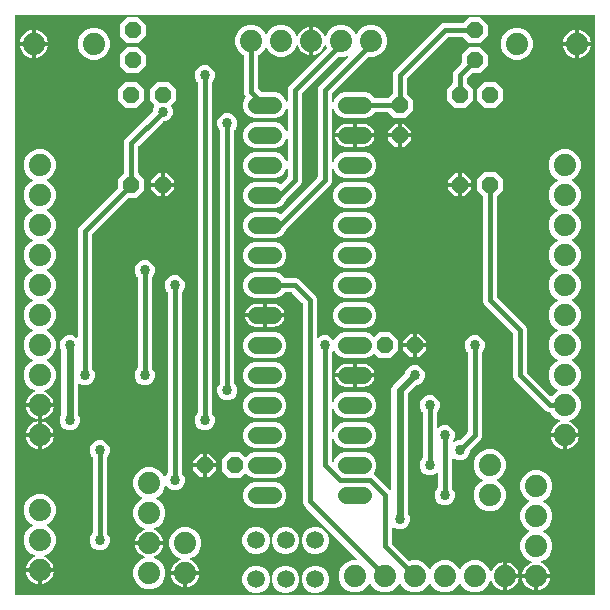
<source format=gbr>
G04 EAGLE Gerber RS-274X export*
G75*
%MOMM*%
%FSLAX34Y34*%
%LPD*%
%INBottom Copper*%
%IPPOS*%
%AMOC8*
5,1,8,0,0,1.08239X$1,22.5*%
G01*
%ADD10P,1.539592X8X292.500000*%
%ADD11P,1.539592X8X202.500000*%
%ADD12P,1.539592X8X22.500000*%
%ADD13P,1.539592X8X112.500000*%
%ADD14C,1.422400*%
%ADD15C,1.879600*%
%ADD16C,1.509600*%
%ADD17C,0.406400*%
%ADD18C,0.858000*%
%ADD19C,0.609600*%

G36*
X495194Y4068D02*
X495194Y4068D01*
X495213Y4066D01*
X495315Y4088D01*
X495417Y4104D01*
X495434Y4114D01*
X495454Y4118D01*
X495543Y4171D01*
X495634Y4220D01*
X495648Y4234D01*
X495665Y4244D01*
X495732Y4323D01*
X495804Y4398D01*
X495812Y4416D01*
X495825Y4431D01*
X495864Y4527D01*
X495907Y4621D01*
X495909Y4641D01*
X495917Y4659D01*
X495935Y4826D01*
X495935Y495174D01*
X495932Y495194D01*
X495934Y495213D01*
X495912Y495315D01*
X495896Y495417D01*
X495886Y495434D01*
X495882Y495454D01*
X495829Y495543D01*
X495780Y495634D01*
X495766Y495648D01*
X495756Y495665D01*
X495677Y495732D01*
X495602Y495804D01*
X495584Y495812D01*
X495569Y495825D01*
X495473Y495864D01*
X495379Y495907D01*
X495359Y495909D01*
X495341Y495917D01*
X495174Y495935D01*
X4826Y495935D01*
X4806Y495932D01*
X4787Y495934D01*
X4685Y495912D01*
X4583Y495896D01*
X4566Y495886D01*
X4546Y495882D01*
X4457Y495829D01*
X4366Y495780D01*
X4352Y495766D01*
X4335Y495756D01*
X4268Y495677D01*
X4196Y495602D01*
X4188Y495584D01*
X4175Y495569D01*
X4136Y495473D01*
X4093Y495379D01*
X4091Y495359D01*
X4083Y495341D01*
X4065Y495174D01*
X4065Y4826D01*
X4068Y4806D01*
X4066Y4787D01*
X4088Y4685D01*
X4104Y4583D01*
X4114Y4566D01*
X4118Y4546D01*
X4171Y4457D01*
X4220Y4366D01*
X4234Y4352D01*
X4244Y4335D01*
X4323Y4268D01*
X4398Y4196D01*
X4416Y4188D01*
X4431Y4175D01*
X4527Y4136D01*
X4621Y4093D01*
X4641Y4091D01*
X4659Y4083D01*
X4826Y4065D01*
X495174Y4065D01*
X495194Y4068D01*
G37*
%LPC*%
G36*
X289422Y6857D02*
X289422Y6857D01*
X284474Y8907D01*
X280687Y12694D01*
X278637Y17642D01*
X278637Y22998D01*
X280687Y27946D01*
X284474Y31733D01*
X289422Y33783D01*
X293577Y33783D01*
X293648Y33794D01*
X293720Y33796D01*
X293769Y33814D01*
X293820Y33822D01*
X293883Y33856D01*
X293951Y33881D01*
X293991Y33913D01*
X294038Y33938D01*
X294087Y33990D01*
X294143Y34034D01*
X294171Y34078D01*
X294207Y34116D01*
X294237Y34181D01*
X294276Y34241D01*
X294289Y34292D01*
X294311Y34339D01*
X294318Y34410D01*
X294336Y34480D01*
X294332Y34532D01*
X294338Y34583D01*
X294322Y34654D01*
X294317Y34725D01*
X294296Y34773D01*
X294285Y34824D01*
X294249Y34885D01*
X294220Y34951D01*
X294176Y35007D01*
X294159Y35035D01*
X294141Y35050D01*
X294116Y35082D01*
X250654Y78544D01*
X248831Y80366D01*
X247903Y82607D01*
X247903Y251159D01*
X247889Y251249D01*
X247881Y251340D01*
X247869Y251370D01*
X247864Y251402D01*
X247821Y251483D01*
X247785Y251567D01*
X247759Y251599D01*
X247748Y251619D01*
X247725Y251642D01*
X247680Y251698D01*
X238998Y260380D01*
X238924Y260433D01*
X238854Y260493D01*
X238824Y260505D01*
X238798Y260524D01*
X238711Y260551D01*
X238626Y260585D01*
X238585Y260589D01*
X238563Y260596D01*
X238531Y260595D01*
X238459Y260603D01*
X233037Y260603D01*
X232947Y260589D01*
X232856Y260581D01*
X232826Y260569D01*
X232794Y260564D01*
X232713Y260521D01*
X232630Y260485D01*
X232597Y260459D01*
X232577Y260448D01*
X232555Y260425D01*
X232499Y260380D01*
X229343Y257225D01*
X225235Y255523D01*
X206565Y255523D01*
X202457Y257225D01*
X199313Y260369D01*
X197611Y264477D01*
X197611Y268923D01*
X199313Y273031D01*
X202457Y276175D01*
X206565Y277877D01*
X225235Y277877D01*
X229343Y276175D01*
X232499Y273020D01*
X232573Y272967D01*
X232642Y272907D01*
X232672Y272895D01*
X232698Y272876D01*
X232785Y272849D01*
X232870Y272815D01*
X232911Y272811D01*
X232933Y272804D01*
X232966Y272805D01*
X233037Y272797D01*
X242513Y272797D01*
X244754Y271869D01*
X259169Y257454D01*
X260097Y255213D01*
X260097Y222950D01*
X260108Y222879D01*
X260110Y222807D01*
X260128Y222759D01*
X260136Y222707D01*
X260170Y222644D01*
X260195Y222576D01*
X260227Y222536D01*
X260252Y222490D01*
X260303Y222440D01*
X260348Y222384D01*
X260392Y222356D01*
X260430Y222320D01*
X260495Y222290D01*
X260555Y222251D01*
X260606Y222239D01*
X260653Y222217D01*
X260724Y222209D01*
X260794Y222191D01*
X260846Y222195D01*
X260897Y222190D01*
X260968Y222205D01*
X261039Y222211D01*
X261087Y222231D01*
X261138Y222242D01*
X261199Y222279D01*
X261265Y222307D01*
X261321Y222352D01*
X261349Y222368D01*
X261364Y222386D01*
X261396Y222412D01*
X261967Y222983D01*
X265038Y224255D01*
X268362Y224255D01*
X271433Y222983D01*
X273732Y220683D01*
X273770Y220656D01*
X273801Y220622D01*
X273869Y220585D01*
X273932Y220540D01*
X273976Y220526D01*
X274016Y220504D01*
X274093Y220490D01*
X274167Y220467D01*
X274213Y220468D01*
X274258Y220460D01*
X274335Y220472D01*
X274413Y220474D01*
X274456Y220489D01*
X274502Y220496D01*
X274571Y220531D01*
X274644Y220558D01*
X274680Y220587D01*
X274721Y220607D01*
X274775Y220663D01*
X274836Y220712D01*
X274861Y220750D01*
X274893Y220783D01*
X274959Y220903D01*
X274969Y220919D01*
X274970Y220923D01*
X274974Y220930D01*
X275513Y222231D01*
X278657Y225375D01*
X282765Y227077D01*
X301435Y227077D01*
X305543Y225375D01*
X307818Y223101D01*
X307834Y223089D01*
X307846Y223073D01*
X307934Y223017D01*
X308017Y222957D01*
X308036Y222951D01*
X308053Y222940D01*
X308154Y222915D01*
X308253Y222885D01*
X308272Y222885D01*
X308292Y222880D01*
X308395Y222888D01*
X308498Y222891D01*
X308517Y222898D01*
X308537Y222899D01*
X308632Y222940D01*
X308729Y222975D01*
X308745Y222988D01*
X308763Y222996D01*
X308894Y223101D01*
X312870Y227077D01*
X322130Y227077D01*
X328677Y220530D01*
X328677Y211270D01*
X322130Y204723D01*
X312870Y204723D01*
X308894Y208699D01*
X308878Y208711D01*
X308866Y208727D01*
X308778Y208783D01*
X308695Y208843D01*
X308676Y208849D01*
X308659Y208860D01*
X308558Y208885D01*
X308459Y208915D01*
X308440Y208915D01*
X308420Y208920D01*
X308317Y208912D01*
X308214Y208909D01*
X308195Y208902D01*
X308175Y208901D01*
X308080Y208860D01*
X307983Y208825D01*
X307967Y208812D01*
X307949Y208804D01*
X307818Y208699D01*
X305543Y206425D01*
X301435Y204723D01*
X282765Y204723D01*
X278657Y206425D01*
X275513Y209569D01*
X274974Y210870D01*
X274950Y210909D01*
X274934Y210952D01*
X274885Y211013D01*
X274844Y211079D01*
X274809Y211108D01*
X274780Y211144D01*
X274715Y211186D01*
X274655Y211236D01*
X274612Y211252D01*
X274573Y211277D01*
X274498Y211296D01*
X274425Y211324D01*
X274379Y211326D01*
X274335Y211337D01*
X274257Y211331D01*
X274179Y211334D01*
X274135Y211322D01*
X274090Y211318D01*
X274018Y211288D01*
X273943Y211266D01*
X273905Y211240D01*
X273863Y211222D01*
X273757Y211136D01*
X273741Y211126D01*
X273738Y211122D01*
X273732Y211117D01*
X273020Y210404D01*
X272967Y210330D01*
X272907Y210261D01*
X272895Y210231D01*
X272876Y210205D01*
X272849Y210117D01*
X272815Y210033D01*
X272811Y209992D01*
X272804Y209969D01*
X272805Y209937D01*
X272797Y209866D01*
X272797Y168701D01*
X272812Y168605D01*
X272822Y168508D01*
X272832Y168484D01*
X272836Y168458D01*
X272882Y168372D01*
X272922Y168283D01*
X272939Y168264D01*
X272952Y168241D01*
X273022Y168174D01*
X273088Y168102D01*
X273111Y168089D01*
X273130Y168071D01*
X273218Y168030D01*
X273304Y167983D01*
X273329Y167979D01*
X273353Y167968D01*
X273450Y167957D01*
X273546Y167940D01*
X273572Y167944D01*
X273597Y167941D01*
X273693Y167961D01*
X273789Y167976D01*
X273812Y167987D01*
X273838Y167993D01*
X273921Y168043D01*
X274008Y168087D01*
X274027Y168106D01*
X274049Y168119D01*
X274112Y168193D01*
X274180Y168263D01*
X274196Y168291D01*
X274209Y168306D01*
X274221Y168337D01*
X274261Y168410D01*
X275513Y171431D01*
X278657Y174575D01*
X282765Y176277D01*
X301435Y176277D01*
X305543Y174575D01*
X308687Y171431D01*
X310389Y167323D01*
X310389Y162877D01*
X308687Y158769D01*
X305543Y155625D01*
X301435Y153923D01*
X282765Y153923D01*
X278657Y155625D01*
X275513Y158769D01*
X274261Y161790D01*
X274210Y161873D01*
X274164Y161959D01*
X274146Y161977D01*
X274132Y161999D01*
X274056Y162062D01*
X273986Y162129D01*
X273962Y162140D01*
X273942Y162156D01*
X273851Y162191D01*
X273763Y162232D01*
X273737Y162235D01*
X273713Y162244D01*
X273615Y162249D01*
X273519Y162259D01*
X273493Y162254D01*
X273467Y162255D01*
X273373Y162228D01*
X273278Y162207D01*
X273256Y162194D01*
X273231Y162186D01*
X273151Y162131D01*
X273067Y162081D01*
X273050Y162061D01*
X273029Y162046D01*
X272970Y161968D01*
X272907Y161894D01*
X272897Y161870D01*
X272882Y161849D01*
X272852Y161756D01*
X272815Y161666D01*
X272812Y161633D01*
X272806Y161615D01*
X272806Y161582D01*
X272797Y161499D01*
X272797Y143301D01*
X272812Y143205D01*
X272822Y143108D01*
X272832Y143084D01*
X272836Y143058D01*
X272882Y142972D01*
X272922Y142883D01*
X272939Y142864D01*
X272952Y142841D01*
X273022Y142774D01*
X273088Y142702D01*
X273111Y142689D01*
X273130Y142671D01*
X273218Y142630D01*
X273304Y142583D01*
X273329Y142579D01*
X273353Y142568D01*
X273450Y142557D01*
X273546Y142540D01*
X273572Y142544D01*
X273597Y142541D01*
X273693Y142561D01*
X273789Y142576D01*
X273812Y142587D01*
X273838Y142593D01*
X273921Y142643D01*
X274008Y142687D01*
X274027Y142706D01*
X274049Y142719D01*
X274112Y142793D01*
X274180Y142863D01*
X274196Y142891D01*
X274209Y142906D01*
X274221Y142937D01*
X274261Y143010D01*
X275513Y146031D01*
X278657Y149175D01*
X282765Y150877D01*
X301435Y150877D01*
X305543Y149175D01*
X308687Y146031D01*
X310389Y141923D01*
X310389Y137477D01*
X308687Y133369D01*
X305543Y130225D01*
X301435Y128523D01*
X282765Y128523D01*
X278657Y130225D01*
X275513Y133369D01*
X274261Y136390D01*
X274210Y136473D01*
X274164Y136559D01*
X274146Y136577D01*
X274132Y136599D01*
X274056Y136662D01*
X273986Y136729D01*
X273962Y136740D01*
X273942Y136756D01*
X273851Y136791D01*
X273763Y136832D01*
X273737Y136835D01*
X273713Y136844D01*
X273615Y136849D01*
X273519Y136859D01*
X273493Y136854D01*
X273467Y136855D01*
X273373Y136828D01*
X273278Y136807D01*
X273256Y136794D01*
X273231Y136786D01*
X273151Y136731D01*
X273067Y136681D01*
X273050Y136661D01*
X273029Y136646D01*
X272970Y136568D01*
X272907Y136494D01*
X272897Y136470D01*
X272882Y136449D01*
X272852Y136356D01*
X272815Y136266D01*
X272812Y136233D01*
X272806Y136215D01*
X272806Y136182D01*
X272797Y136099D01*
X272797Y117901D01*
X272812Y117805D01*
X272822Y117708D01*
X272832Y117684D01*
X272836Y117658D01*
X272882Y117572D01*
X272922Y117483D01*
X272939Y117464D01*
X272952Y117441D01*
X273022Y117374D01*
X273088Y117302D01*
X273111Y117289D01*
X273130Y117271D01*
X273218Y117230D01*
X273304Y117183D01*
X273329Y117179D01*
X273353Y117168D01*
X273450Y117157D01*
X273546Y117140D01*
X273572Y117144D01*
X273597Y117141D01*
X273693Y117161D01*
X273789Y117176D01*
X273812Y117187D01*
X273838Y117193D01*
X273921Y117243D01*
X274008Y117287D01*
X274027Y117306D01*
X274049Y117319D01*
X274112Y117393D01*
X274180Y117463D01*
X274196Y117491D01*
X274209Y117506D01*
X274221Y117537D01*
X274261Y117610D01*
X275513Y120631D01*
X278657Y123775D01*
X282765Y125477D01*
X301435Y125477D01*
X305543Y123775D01*
X308687Y120631D01*
X310389Y116523D01*
X310389Y112077D01*
X308687Y107969D01*
X308408Y107690D01*
X308397Y107674D01*
X308381Y107662D01*
X308325Y107574D01*
X308265Y107490D01*
X308259Y107471D01*
X308248Y107455D01*
X308223Y107354D01*
X308193Y107255D01*
X308193Y107235D01*
X308188Y107216D01*
X308196Y107113D01*
X308199Y107009D01*
X308206Y106991D01*
X308207Y106971D01*
X308248Y106876D01*
X308283Y106778D01*
X308296Y106763D01*
X308304Y106745D01*
X308408Y106614D01*
X320846Y94176D01*
X321788Y93234D01*
X321846Y93192D01*
X321898Y93143D01*
X321945Y93121D01*
X321987Y93091D01*
X322056Y93070D01*
X322121Y93039D01*
X322173Y93034D01*
X322223Y93018D01*
X322294Y93020D01*
X322365Y93012D01*
X322416Y93023D01*
X322468Y93025D01*
X322536Y93049D01*
X322606Y93065D01*
X322651Y93091D01*
X322699Y93109D01*
X322755Y93154D01*
X322817Y93191D01*
X322851Y93230D01*
X322891Y93263D01*
X322930Y93323D01*
X322977Y93378D01*
X322996Y93426D01*
X323024Y93470D01*
X323042Y93539D01*
X323069Y93606D01*
X323077Y93677D01*
X323085Y93708D01*
X323083Y93732D01*
X323087Y93773D01*
X323087Y179215D01*
X324170Y181829D01*
X334468Y192127D01*
X334506Y192180D01*
X334552Y192227D01*
X334592Y192300D01*
X334612Y192327D01*
X334617Y192345D01*
X334633Y192374D01*
X335817Y195233D01*
X338167Y197583D01*
X341238Y198855D01*
X344562Y198855D01*
X347633Y197583D01*
X349983Y195233D01*
X351255Y192162D01*
X351255Y188838D01*
X349983Y185767D01*
X347633Y183417D01*
X344774Y182233D01*
X344718Y182199D01*
X344658Y182173D01*
X344593Y182121D01*
X344565Y182104D01*
X344553Y182089D01*
X344527Y182068D01*
X337536Y175077D01*
X337483Y175003D01*
X337423Y174933D01*
X337411Y174903D01*
X337392Y174877D01*
X337365Y174790D01*
X337331Y174705D01*
X337327Y174664D01*
X337320Y174642D01*
X337321Y174610D01*
X337313Y174538D01*
X337313Y73392D01*
X337323Y73327D01*
X337324Y73262D01*
X337347Y73182D01*
X337352Y73149D01*
X337362Y73132D01*
X337371Y73100D01*
X338555Y70242D01*
X338555Y66918D01*
X337283Y63847D01*
X334933Y61497D01*
X331862Y60225D01*
X328538Y60225D01*
X325467Y61497D01*
X324896Y62068D01*
X324838Y62110D01*
X324786Y62160D01*
X324739Y62182D01*
X324697Y62212D01*
X324628Y62233D01*
X324563Y62263D01*
X324511Y62269D01*
X324461Y62284D01*
X324390Y62282D01*
X324319Y62290D01*
X324268Y62279D01*
X324216Y62278D01*
X324148Y62253D01*
X324078Y62238D01*
X324033Y62211D01*
X323985Y62193D01*
X323929Y62149D01*
X323867Y62112D01*
X323833Y62072D01*
X323793Y62040D01*
X323754Y61979D01*
X323707Y61925D01*
X323688Y61877D01*
X323660Y61833D01*
X323642Y61763D01*
X323615Y61697D01*
X323607Y61626D01*
X323599Y61594D01*
X323601Y61571D01*
X323597Y61530D01*
X323597Y48561D01*
X323611Y48471D01*
X323619Y48380D01*
X323631Y48350D01*
X323636Y48318D01*
X323679Y48237D01*
X323715Y48153D01*
X323741Y48121D01*
X323752Y48101D01*
X323775Y48078D01*
X323820Y48022D01*
X338333Y33509D01*
X338428Y33441D01*
X338522Y33371D01*
X338528Y33369D01*
X338533Y33365D01*
X338644Y33331D01*
X338756Y33295D01*
X338762Y33295D01*
X338768Y33293D01*
X338885Y33296D01*
X339002Y33297D01*
X339009Y33299D01*
X339014Y33299D01*
X339031Y33306D01*
X339163Y33344D01*
X340222Y33783D01*
X345578Y33783D01*
X350526Y31733D01*
X354313Y27946D01*
X354897Y26537D01*
X354934Y26476D01*
X354964Y26411D01*
X354999Y26372D01*
X355026Y26328D01*
X355082Y26282D01*
X355130Y26230D01*
X355176Y26205D01*
X355216Y26171D01*
X355283Y26146D01*
X355346Y26111D01*
X355397Y26102D01*
X355445Y26083D01*
X355517Y26080D01*
X355588Y26067D01*
X355639Y26075D01*
X355691Y26073D01*
X355760Y26093D01*
X355831Y26103D01*
X355877Y26127D01*
X355927Y26141D01*
X355986Y26182D01*
X356050Y26215D01*
X356087Y26252D01*
X356129Y26282D01*
X356172Y26339D01*
X356222Y26390D01*
X356257Y26453D01*
X356276Y26479D01*
X356283Y26501D01*
X356303Y26537D01*
X356887Y27946D01*
X360674Y31733D01*
X365622Y33783D01*
X370978Y33783D01*
X375926Y31733D01*
X379713Y27946D01*
X380297Y26537D01*
X380334Y26476D01*
X380364Y26411D01*
X380399Y26372D01*
X380426Y26328D01*
X380482Y26282D01*
X380530Y26230D01*
X380576Y26205D01*
X380616Y26171D01*
X380683Y26146D01*
X380746Y26111D01*
X380797Y26102D01*
X380845Y26083D01*
X380917Y26080D01*
X380988Y26067D01*
X381039Y26075D01*
X381091Y26073D01*
X381160Y26093D01*
X381231Y26103D01*
X381277Y26127D01*
X381327Y26141D01*
X381386Y26182D01*
X381450Y26215D01*
X381487Y26252D01*
X381529Y26282D01*
X381572Y26339D01*
X381622Y26390D01*
X381657Y26453D01*
X381676Y26479D01*
X381683Y26501D01*
X381703Y26537D01*
X382287Y27946D01*
X386074Y31733D01*
X391022Y33783D01*
X396378Y33783D01*
X401326Y31733D01*
X405113Y27946D01*
X406516Y24560D01*
X406569Y24474D01*
X406617Y24385D01*
X406634Y24370D01*
X406645Y24351D01*
X406723Y24287D01*
X406797Y24218D01*
X406818Y24209D01*
X406835Y24194D01*
X406929Y24158D01*
X407022Y24116D01*
X407044Y24114D01*
X407064Y24106D01*
X407165Y24102D01*
X407266Y24092D01*
X407288Y24097D01*
X407310Y24096D01*
X407407Y24124D01*
X407506Y24147D01*
X407525Y24158D01*
X407546Y24164D01*
X407629Y24222D01*
X407716Y24275D01*
X407730Y24292D01*
X407748Y24305D01*
X407809Y24386D01*
X407874Y24464D01*
X407885Y24488D01*
X407895Y24502D01*
X407905Y24533D01*
X407943Y24616D01*
X408036Y24903D01*
X408889Y26577D01*
X409994Y28098D01*
X411322Y29426D01*
X412843Y30531D01*
X414517Y31384D01*
X416304Y31965D01*
X417577Y32166D01*
X417577Y21082D01*
X417580Y21062D01*
X417578Y21043D01*
X417600Y20941D01*
X417617Y20839D01*
X417626Y20822D01*
X417630Y20802D01*
X417683Y20713D01*
X417732Y20622D01*
X417746Y20608D01*
X417756Y20591D01*
X417835Y20524D01*
X417910Y20453D01*
X417928Y20444D01*
X417943Y20431D01*
X418039Y20393D01*
X418133Y20349D01*
X418153Y20347D01*
X418171Y20339D01*
X418338Y20321D01*
X419101Y20321D01*
X419101Y20319D01*
X418338Y20319D01*
X418318Y20316D01*
X418299Y20318D01*
X418197Y20296D01*
X418095Y20279D01*
X418078Y20270D01*
X418058Y20266D01*
X417969Y20213D01*
X417878Y20164D01*
X417864Y20150D01*
X417847Y20140D01*
X417780Y20061D01*
X417709Y19986D01*
X417700Y19968D01*
X417687Y19953D01*
X417648Y19857D01*
X417605Y19763D01*
X417603Y19743D01*
X417595Y19725D01*
X417577Y19558D01*
X417577Y8474D01*
X416304Y8675D01*
X414517Y9256D01*
X412843Y10109D01*
X411322Y11214D01*
X409994Y12542D01*
X408889Y14063D01*
X408036Y15737D01*
X407943Y16024D01*
X407896Y16114D01*
X407855Y16206D01*
X407840Y16222D01*
X407830Y16242D01*
X407757Y16313D01*
X407689Y16387D01*
X407669Y16398D01*
X407653Y16413D01*
X407562Y16457D01*
X407473Y16506D01*
X407451Y16510D01*
X407431Y16519D01*
X407331Y16532D01*
X407231Y16550D01*
X407209Y16546D01*
X407187Y16549D01*
X407088Y16529D01*
X406988Y16514D01*
X406968Y16504D01*
X406946Y16499D01*
X406859Y16448D01*
X406769Y16402D01*
X406753Y16386D01*
X406734Y16375D01*
X406667Y16299D01*
X406596Y16227D01*
X406583Y16203D01*
X406572Y16190D01*
X406560Y16160D01*
X406516Y16080D01*
X405113Y12694D01*
X401326Y8907D01*
X396378Y6857D01*
X391022Y6857D01*
X386074Y8907D01*
X382287Y12694D01*
X381703Y14103D01*
X381665Y14164D01*
X381636Y14229D01*
X381601Y14268D01*
X381574Y14312D01*
X381518Y14358D01*
X381470Y14410D01*
X381424Y14435D01*
X381384Y14469D01*
X381317Y14494D01*
X381254Y14529D01*
X381203Y14538D01*
X381155Y14557D01*
X381083Y14560D01*
X381012Y14573D01*
X380961Y14565D01*
X380909Y14567D01*
X380840Y14547D01*
X380769Y14537D01*
X380723Y14513D01*
X380673Y14499D01*
X380614Y14458D01*
X380550Y14425D01*
X380513Y14388D01*
X380471Y14358D01*
X380428Y14301D01*
X380378Y14250D01*
X380343Y14187D01*
X380324Y14161D01*
X380317Y14139D01*
X380297Y14103D01*
X379713Y12694D01*
X375926Y8907D01*
X370978Y6857D01*
X365622Y6857D01*
X360674Y8907D01*
X356887Y12694D01*
X356303Y14103D01*
X356265Y14164D01*
X356236Y14229D01*
X356201Y14268D01*
X356174Y14312D01*
X356118Y14358D01*
X356070Y14410D01*
X356024Y14435D01*
X355984Y14469D01*
X355917Y14494D01*
X355854Y14529D01*
X355803Y14538D01*
X355755Y14557D01*
X355683Y14560D01*
X355612Y14573D01*
X355561Y14565D01*
X355509Y14567D01*
X355440Y14547D01*
X355369Y14537D01*
X355323Y14513D01*
X355273Y14499D01*
X355214Y14458D01*
X355150Y14425D01*
X355113Y14388D01*
X355071Y14358D01*
X355028Y14301D01*
X354978Y14250D01*
X354943Y14187D01*
X354924Y14161D01*
X354917Y14139D01*
X354897Y14103D01*
X354313Y12694D01*
X350526Y8907D01*
X345578Y6857D01*
X340222Y6857D01*
X335274Y8907D01*
X331487Y12694D01*
X330903Y14103D01*
X330865Y14164D01*
X330836Y14229D01*
X330801Y14268D01*
X330774Y14312D01*
X330718Y14358D01*
X330670Y14410D01*
X330624Y14435D01*
X330584Y14469D01*
X330517Y14494D01*
X330454Y14529D01*
X330403Y14538D01*
X330355Y14557D01*
X330283Y14560D01*
X330212Y14573D01*
X330161Y14565D01*
X330109Y14567D01*
X330040Y14547D01*
X329969Y14537D01*
X329923Y14513D01*
X329873Y14499D01*
X329814Y14458D01*
X329750Y14425D01*
X329713Y14388D01*
X329671Y14358D01*
X329628Y14301D01*
X329578Y14250D01*
X329543Y14187D01*
X329524Y14161D01*
X329517Y14139D01*
X329497Y14103D01*
X328913Y12694D01*
X325126Y8907D01*
X320178Y6857D01*
X314822Y6857D01*
X309874Y8907D01*
X306087Y12694D01*
X305503Y14103D01*
X305465Y14164D01*
X305436Y14229D01*
X305401Y14268D01*
X305374Y14312D01*
X305318Y14358D01*
X305270Y14410D01*
X305224Y14435D01*
X305184Y14469D01*
X305117Y14494D01*
X305054Y14529D01*
X305003Y14538D01*
X304955Y14557D01*
X304883Y14560D01*
X304812Y14573D01*
X304761Y14565D01*
X304709Y14567D01*
X304640Y14547D01*
X304569Y14537D01*
X304523Y14513D01*
X304473Y14499D01*
X304414Y14458D01*
X304350Y14425D01*
X304313Y14388D01*
X304271Y14358D01*
X304228Y14301D01*
X304178Y14250D01*
X304143Y14187D01*
X304124Y14161D01*
X304117Y14139D01*
X304097Y14103D01*
X303513Y12694D01*
X299726Y8907D01*
X294778Y6857D01*
X289422Y6857D01*
G37*
%LPD*%
%LPC*%
G36*
X206565Y306323D02*
X206565Y306323D01*
X202457Y308025D01*
X199313Y311169D01*
X197611Y315277D01*
X197611Y319723D01*
X199313Y323831D01*
X202457Y326975D01*
X206565Y328677D01*
X225235Y328677D01*
X228951Y327138D01*
X229064Y327111D01*
X229178Y327082D01*
X229184Y327083D01*
X229190Y327081D01*
X229307Y327092D01*
X229423Y327102D01*
X229429Y327104D01*
X229435Y327105D01*
X229543Y327152D01*
X229650Y327198D01*
X229655Y327202D01*
X229660Y327205D01*
X229674Y327217D01*
X229781Y327303D01*
X260380Y357902D01*
X260433Y357976D01*
X260493Y358046D01*
X260505Y358076D01*
X260524Y358102D01*
X260551Y358189D01*
X260585Y358274D01*
X260589Y358315D01*
X260596Y358337D01*
X260595Y358369D01*
X260603Y358441D01*
X260603Y433013D01*
X261531Y435254D01*
X263354Y437076D01*
X286066Y459788D01*
X286123Y459867D01*
X286185Y459942D01*
X286194Y459966D01*
X286209Y459988D01*
X286238Y460081D01*
X286273Y460172D01*
X286274Y460198D01*
X286282Y460223D01*
X286279Y460320D01*
X286283Y460417D01*
X286276Y460442D01*
X286275Y460469D01*
X286242Y460560D01*
X286215Y460653D01*
X286200Y460675D01*
X286191Y460700D01*
X286130Y460776D01*
X286074Y460856D01*
X286053Y460871D01*
X286037Y460892D01*
X285955Y460944D01*
X285877Y461002D01*
X285852Y461010D01*
X285830Y461025D01*
X285736Y461048D01*
X285643Y461079D01*
X285617Y461078D01*
X285592Y461085D01*
X285495Y461077D01*
X285397Y461076D01*
X285366Y461067D01*
X285346Y461066D01*
X285316Y461053D01*
X285236Y461029D01*
X283348Y460247D01*
X278685Y460247D01*
X278595Y460233D01*
X278504Y460225D01*
X278474Y460213D01*
X278442Y460208D01*
X278361Y460165D01*
X278277Y460129D01*
X278245Y460103D01*
X278225Y460092D01*
X278202Y460069D01*
X278146Y460024D01*
X247620Y429498D01*
X247567Y429424D01*
X247507Y429354D01*
X247495Y429324D01*
X247476Y429298D01*
X247449Y429211D01*
X247415Y429126D01*
X247411Y429085D01*
X247404Y429063D01*
X247405Y429031D01*
X247397Y428959D01*
X247397Y354387D01*
X246469Y352146D01*
X233723Y339401D01*
X233685Y339348D01*
X233639Y339301D01*
X233599Y339228D01*
X233579Y339201D01*
X233574Y339183D01*
X233558Y339154D01*
X232487Y336569D01*
X229343Y333425D01*
X225235Y331723D01*
X206565Y331723D01*
X202457Y333425D01*
X199313Y336569D01*
X197611Y340677D01*
X197611Y345123D01*
X199313Y349231D01*
X202457Y352375D01*
X206565Y354077D01*
X225235Y354077D01*
X228951Y352538D01*
X229064Y352511D01*
X229178Y352482D01*
X229184Y352483D01*
X229190Y352481D01*
X229307Y352492D01*
X229423Y352502D01*
X229429Y352504D01*
X229435Y352505D01*
X229542Y352552D01*
X229650Y352598D01*
X229655Y352602D01*
X229660Y352605D01*
X229674Y352617D01*
X229781Y352703D01*
X234980Y357902D01*
X235033Y357976D01*
X235093Y358046D01*
X235105Y358076D01*
X235124Y358102D01*
X235151Y358189D01*
X235185Y358274D01*
X235189Y358315D01*
X235196Y358337D01*
X235195Y358369D01*
X235203Y358441D01*
X235203Y364699D01*
X235188Y364795D01*
X235178Y364892D01*
X235168Y364916D01*
X235164Y364942D01*
X235118Y365028D01*
X235078Y365117D01*
X235061Y365136D01*
X235048Y365159D01*
X234978Y365226D01*
X234912Y365298D01*
X234889Y365311D01*
X234870Y365329D01*
X234782Y365370D01*
X234696Y365417D01*
X234671Y365421D01*
X234647Y365432D01*
X234550Y365443D01*
X234454Y365460D01*
X234428Y365456D01*
X234403Y365459D01*
X234307Y365439D01*
X234211Y365424D01*
X234188Y365413D01*
X234162Y365407D01*
X234079Y365357D01*
X233992Y365313D01*
X233973Y365294D01*
X233951Y365281D01*
X233888Y365207D01*
X233820Y365137D01*
X233804Y365109D01*
X233791Y365094D01*
X233779Y365063D01*
X233739Y364990D01*
X232487Y361969D01*
X229343Y358825D01*
X225235Y357123D01*
X206565Y357123D01*
X202457Y358825D01*
X199313Y361969D01*
X197611Y366077D01*
X197611Y370523D01*
X199313Y374631D01*
X202457Y377775D01*
X206565Y379477D01*
X225235Y379477D01*
X229343Y377775D01*
X232487Y374631D01*
X233739Y371610D01*
X233790Y371527D01*
X233836Y371441D01*
X233854Y371423D01*
X233868Y371401D01*
X233944Y371338D01*
X234014Y371271D01*
X234038Y371260D01*
X234058Y371244D01*
X234149Y371209D01*
X234237Y371168D01*
X234263Y371165D01*
X234287Y371156D01*
X234385Y371151D01*
X234481Y371141D01*
X234507Y371146D01*
X234533Y371145D01*
X234627Y371172D01*
X234722Y371193D01*
X234744Y371206D01*
X234769Y371214D01*
X234849Y371269D01*
X234933Y371319D01*
X234950Y371339D01*
X234971Y371354D01*
X235030Y371432D01*
X235093Y371506D01*
X235103Y371530D01*
X235118Y371551D01*
X235148Y371644D01*
X235185Y371734D01*
X235188Y371767D01*
X235194Y371785D01*
X235194Y371818D01*
X235203Y371901D01*
X235203Y390099D01*
X235188Y390195D01*
X235178Y390292D01*
X235168Y390316D01*
X235164Y390342D01*
X235118Y390428D01*
X235078Y390517D01*
X235061Y390536D01*
X235048Y390559D01*
X234978Y390626D01*
X234912Y390698D01*
X234889Y390711D01*
X234870Y390729D01*
X234782Y390770D01*
X234696Y390817D01*
X234671Y390821D01*
X234647Y390832D01*
X234550Y390843D01*
X234454Y390860D01*
X234428Y390856D01*
X234403Y390859D01*
X234307Y390839D01*
X234211Y390824D01*
X234188Y390813D01*
X234162Y390807D01*
X234079Y390757D01*
X233992Y390713D01*
X233973Y390694D01*
X233951Y390681D01*
X233888Y390607D01*
X233820Y390537D01*
X233804Y390509D01*
X233791Y390494D01*
X233779Y390463D01*
X233739Y390390D01*
X232487Y387369D01*
X229343Y384225D01*
X225235Y382523D01*
X206565Y382523D01*
X202457Y384225D01*
X199313Y387369D01*
X197611Y391477D01*
X197611Y395923D01*
X199313Y400031D01*
X202457Y403175D01*
X206565Y404877D01*
X225235Y404877D01*
X229343Y403175D01*
X232487Y400031D01*
X233739Y397010D01*
X233790Y396927D01*
X233836Y396841D01*
X233854Y396823D01*
X233868Y396801D01*
X233944Y396738D01*
X234014Y396671D01*
X234038Y396660D01*
X234058Y396644D01*
X234149Y396609D01*
X234237Y396568D01*
X234263Y396565D01*
X234287Y396556D01*
X234385Y396551D01*
X234481Y396541D01*
X234507Y396546D01*
X234533Y396545D01*
X234627Y396572D01*
X234722Y396593D01*
X234744Y396606D01*
X234769Y396614D01*
X234849Y396669D01*
X234933Y396719D01*
X234950Y396739D01*
X234971Y396754D01*
X235030Y396832D01*
X235093Y396906D01*
X235103Y396930D01*
X235118Y396951D01*
X235148Y397044D01*
X235185Y397134D01*
X235188Y397167D01*
X235194Y397185D01*
X235194Y397218D01*
X235203Y397301D01*
X235203Y415499D01*
X235188Y415595D01*
X235178Y415692D01*
X235168Y415716D01*
X235164Y415742D01*
X235118Y415828D01*
X235078Y415917D01*
X235061Y415936D01*
X235048Y415959D01*
X234978Y416026D01*
X234912Y416098D01*
X234889Y416111D01*
X234870Y416129D01*
X234782Y416170D01*
X234696Y416217D01*
X234671Y416221D01*
X234647Y416232D01*
X234550Y416243D01*
X234454Y416260D01*
X234428Y416256D01*
X234403Y416259D01*
X234307Y416239D01*
X234211Y416224D01*
X234188Y416213D01*
X234162Y416207D01*
X234079Y416157D01*
X233992Y416113D01*
X233973Y416094D01*
X233951Y416081D01*
X233888Y416007D01*
X233820Y415937D01*
X233804Y415909D01*
X233791Y415894D01*
X233779Y415863D01*
X233739Y415790D01*
X232487Y412769D01*
X229343Y409625D01*
X225235Y407923D01*
X206565Y407923D01*
X202457Y409625D01*
X199313Y412769D01*
X197611Y416877D01*
X197611Y421323D01*
X199313Y425431D01*
X199592Y425710D01*
X199603Y425726D01*
X199619Y425738D01*
X199675Y425826D01*
X199735Y425910D01*
X199741Y425929D01*
X199752Y425945D01*
X199777Y426046D01*
X199807Y426145D01*
X199807Y426165D01*
X199812Y426184D01*
X199804Y426287D01*
X199801Y426391D01*
X199794Y426409D01*
X199793Y426429D01*
X199752Y426524D01*
X199717Y426622D01*
X199704Y426637D01*
X199696Y426655D01*
X199592Y426786D01*
X199301Y427076D01*
X198373Y429317D01*
X198373Y461155D01*
X198354Y461269D01*
X198337Y461386D01*
X198335Y461391D01*
X198334Y461398D01*
X198279Y461500D01*
X198226Y461605D01*
X198221Y461609D01*
X198218Y461615D01*
X198134Y461695D01*
X198050Y461777D01*
X198044Y461781D01*
X198040Y461784D01*
X198023Y461792D01*
X197903Y461858D01*
X196844Y462297D01*
X193057Y466084D01*
X191007Y471032D01*
X191007Y476388D01*
X193057Y481336D01*
X196844Y485123D01*
X201792Y487173D01*
X207148Y487173D01*
X212096Y485123D01*
X215883Y481336D01*
X216467Y479927D01*
X216505Y479866D01*
X216534Y479801D01*
X216569Y479762D01*
X216596Y479718D01*
X216652Y479672D01*
X216700Y479620D01*
X216746Y479595D01*
X216786Y479561D01*
X216853Y479536D01*
X216916Y479501D01*
X216967Y479492D01*
X217015Y479473D01*
X217087Y479470D01*
X217158Y479457D01*
X217209Y479465D01*
X217261Y479463D01*
X217330Y479483D01*
X217401Y479493D01*
X217447Y479517D01*
X217497Y479531D01*
X217556Y479572D01*
X217620Y479605D01*
X217657Y479642D01*
X217699Y479672D01*
X217742Y479729D01*
X217792Y479780D01*
X217827Y479843D01*
X217846Y479869D01*
X217853Y479891D01*
X217873Y479927D01*
X218457Y481336D01*
X222244Y485123D01*
X227192Y487173D01*
X232548Y487173D01*
X237496Y485123D01*
X241283Y481336D01*
X242686Y477950D01*
X242739Y477864D01*
X242787Y477775D01*
X242804Y477760D01*
X242815Y477741D01*
X242893Y477677D01*
X242967Y477608D01*
X242988Y477599D01*
X243005Y477584D01*
X243099Y477548D01*
X243192Y477506D01*
X243214Y477504D01*
X243234Y477496D01*
X243335Y477492D01*
X243436Y477482D01*
X243458Y477487D01*
X243480Y477486D01*
X243577Y477514D01*
X243676Y477537D01*
X243695Y477548D01*
X243716Y477554D01*
X243799Y477612D01*
X243886Y477665D01*
X243900Y477682D01*
X243918Y477695D01*
X243979Y477776D01*
X244044Y477854D01*
X244055Y477878D01*
X244065Y477892D01*
X244075Y477923D01*
X244113Y478006D01*
X244206Y478293D01*
X245059Y479967D01*
X246164Y481488D01*
X247492Y482816D01*
X249013Y483921D01*
X250687Y484774D01*
X252474Y485355D01*
X253747Y485556D01*
X253747Y474472D01*
X253750Y474452D01*
X253748Y474433D01*
X253770Y474331D01*
X253787Y474229D01*
X253796Y474212D01*
X253800Y474192D01*
X253853Y474103D01*
X253902Y474012D01*
X253916Y473998D01*
X253926Y473981D01*
X254005Y473914D01*
X254080Y473843D01*
X254098Y473834D01*
X254113Y473821D01*
X254209Y473783D01*
X254303Y473739D01*
X254323Y473737D01*
X254341Y473729D01*
X254508Y473711D01*
X256032Y473711D01*
X256052Y473714D01*
X256071Y473712D01*
X256173Y473734D01*
X256275Y473751D01*
X256292Y473760D01*
X256312Y473764D01*
X256401Y473817D01*
X256492Y473866D01*
X256506Y473880D01*
X256523Y473890D01*
X256590Y473969D01*
X256661Y474044D01*
X256670Y474062D01*
X256683Y474077D01*
X256722Y474173D01*
X256765Y474267D01*
X256767Y474287D01*
X256775Y474305D01*
X256793Y474472D01*
X256793Y485556D01*
X258066Y485355D01*
X259853Y484774D01*
X261527Y483921D01*
X263048Y482816D01*
X264376Y481488D01*
X265481Y479967D01*
X266334Y478293D01*
X266427Y478006D01*
X266474Y477916D01*
X266515Y477824D01*
X266530Y477808D01*
X266540Y477788D01*
X266613Y477717D01*
X266681Y477643D01*
X266701Y477632D01*
X266717Y477617D01*
X266808Y477573D01*
X266897Y477524D01*
X266919Y477520D01*
X266939Y477511D01*
X267039Y477498D01*
X267139Y477480D01*
X267161Y477484D01*
X267183Y477481D01*
X267282Y477501D01*
X267382Y477516D01*
X267402Y477526D01*
X267424Y477531D01*
X267511Y477582D01*
X267601Y477628D01*
X267617Y477644D01*
X267636Y477655D01*
X267703Y477731D01*
X267774Y477803D01*
X267787Y477827D01*
X267798Y477840D01*
X267810Y477870D01*
X267854Y477950D01*
X269257Y481336D01*
X273044Y485123D01*
X277992Y487173D01*
X283348Y487173D01*
X288296Y485123D01*
X292083Y481336D01*
X292667Y479927D01*
X292705Y479866D01*
X292734Y479801D01*
X292769Y479762D01*
X292796Y479718D01*
X292852Y479672D01*
X292900Y479620D01*
X292946Y479595D01*
X292986Y479561D01*
X293053Y479536D01*
X293116Y479501D01*
X293167Y479492D01*
X293215Y479473D01*
X293287Y479470D01*
X293358Y479457D01*
X293409Y479465D01*
X293461Y479463D01*
X293530Y479483D01*
X293601Y479493D01*
X293647Y479517D01*
X293697Y479531D01*
X293756Y479572D01*
X293820Y479605D01*
X293857Y479642D01*
X293899Y479672D01*
X293942Y479729D01*
X293992Y479780D01*
X294027Y479843D01*
X294046Y479869D01*
X294053Y479891D01*
X294073Y479927D01*
X294657Y481336D01*
X298444Y485123D01*
X303392Y487173D01*
X308748Y487173D01*
X313696Y485123D01*
X317483Y481336D01*
X319533Y476388D01*
X319533Y471032D01*
X317483Y466084D01*
X313696Y462297D01*
X308748Y460247D01*
X304085Y460247D01*
X303995Y460233D01*
X303904Y460225D01*
X303874Y460213D01*
X303842Y460208D01*
X303761Y460165D01*
X303677Y460129D01*
X303645Y460103D01*
X303625Y460092D01*
X303602Y460069D01*
X303546Y460024D01*
X273020Y429498D01*
X272967Y429424D01*
X272907Y429354D01*
X272895Y429324D01*
X272876Y429298D01*
X272849Y429211D01*
X272815Y429126D01*
X272811Y429085D01*
X272804Y429063D01*
X272805Y429031D01*
X272797Y428959D01*
X272797Y422701D01*
X272812Y422605D01*
X272822Y422508D01*
X272832Y422484D01*
X272836Y422458D01*
X272882Y422372D01*
X272922Y422283D01*
X272939Y422264D01*
X272952Y422241D01*
X273022Y422174D01*
X273088Y422102D01*
X273111Y422089D01*
X273130Y422071D01*
X273218Y422030D01*
X273304Y421983D01*
X273329Y421979D01*
X273353Y421968D01*
X273450Y421957D01*
X273546Y421940D01*
X273572Y421944D01*
X273597Y421941D01*
X273693Y421961D01*
X273789Y421976D01*
X273812Y421987D01*
X273838Y421993D01*
X273921Y422043D01*
X274008Y422087D01*
X274027Y422106D01*
X274049Y422119D01*
X274112Y422193D01*
X274180Y422263D01*
X274196Y422291D01*
X274209Y422306D01*
X274221Y422337D01*
X274261Y422410D01*
X275513Y425431D01*
X278657Y428575D01*
X282765Y430277D01*
X301435Y430277D01*
X305543Y428575D01*
X308699Y425420D01*
X308773Y425367D01*
X308842Y425307D01*
X308872Y425295D01*
X308898Y425276D01*
X308985Y425249D01*
X309070Y425215D01*
X309111Y425211D01*
X309133Y425204D01*
X309166Y425205D01*
X309237Y425197D01*
X320175Y425197D01*
X320265Y425211D01*
X320356Y425219D01*
X320386Y425231D01*
X320418Y425236D01*
X320499Y425279D01*
X320582Y425315D01*
X320615Y425341D01*
X320635Y425352D01*
X320657Y425375D01*
X320713Y425420D01*
X323880Y428587D01*
X323933Y428661D01*
X323993Y428730D01*
X324005Y428760D01*
X324024Y428786D01*
X324051Y428873D01*
X324085Y428958D01*
X324089Y428999D01*
X324096Y429021D01*
X324095Y429054D01*
X324103Y429125D01*
X324103Y445713D01*
X325031Y447954D01*
X364846Y487769D01*
X367087Y488697D01*
X383675Y488697D01*
X383765Y488711D01*
X383856Y488719D01*
X383886Y488731D01*
X383918Y488736D01*
X383999Y488779D01*
X384082Y488815D01*
X384115Y488841D01*
X384135Y488852D01*
X384157Y488875D01*
X384213Y488920D01*
X389070Y493777D01*
X398330Y493777D01*
X404877Y487230D01*
X404877Y477970D01*
X398330Y471423D01*
X389070Y471423D01*
X384213Y476280D01*
X384139Y476333D01*
X384070Y476393D01*
X384040Y476405D01*
X384014Y476424D01*
X383927Y476451D01*
X383842Y476485D01*
X383801Y476489D01*
X383779Y476496D01*
X383746Y476495D01*
X383675Y476503D01*
X371141Y476503D01*
X371051Y476489D01*
X370960Y476481D01*
X370930Y476469D01*
X370898Y476464D01*
X370817Y476421D01*
X370733Y476385D01*
X370701Y476359D01*
X370681Y476348D01*
X370658Y476325D01*
X370602Y476280D01*
X336520Y442198D01*
X336467Y442124D01*
X336407Y442054D01*
X336395Y442024D01*
X336376Y441998D01*
X336349Y441911D01*
X336315Y441826D01*
X336311Y441785D01*
X336304Y441763D01*
X336305Y441731D01*
X336297Y441659D01*
X336297Y429125D01*
X336311Y429035D01*
X336319Y428944D01*
X336331Y428914D01*
X336336Y428882D01*
X336379Y428801D01*
X336415Y428718D01*
X336441Y428685D01*
X336452Y428665D01*
X336475Y428643D01*
X336520Y428587D01*
X341377Y423730D01*
X341377Y414470D01*
X334830Y407923D01*
X325570Y407923D01*
X320713Y412780D01*
X320639Y412833D01*
X320570Y412893D01*
X320540Y412905D01*
X320514Y412924D01*
X320427Y412951D01*
X320342Y412985D01*
X320301Y412989D01*
X320279Y412996D01*
X320246Y412995D01*
X320175Y413003D01*
X309237Y413003D01*
X309147Y412989D01*
X309056Y412981D01*
X309026Y412969D01*
X308994Y412964D01*
X308913Y412921D01*
X308830Y412885D01*
X308797Y412859D01*
X308777Y412848D01*
X308755Y412825D01*
X308699Y412780D01*
X305543Y409625D01*
X301435Y407923D01*
X282765Y407923D01*
X278657Y409625D01*
X275513Y412769D01*
X274261Y415790D01*
X274210Y415873D01*
X274164Y415959D01*
X274146Y415977D01*
X274132Y415999D01*
X274056Y416062D01*
X273986Y416129D01*
X273962Y416140D01*
X273942Y416156D01*
X273851Y416191D01*
X273763Y416232D01*
X273737Y416235D01*
X273713Y416244D01*
X273615Y416249D01*
X273519Y416259D01*
X273493Y416254D01*
X273467Y416255D01*
X273373Y416228D01*
X273278Y416207D01*
X273256Y416194D01*
X273231Y416186D01*
X273151Y416131D01*
X273067Y416081D01*
X273050Y416061D01*
X273029Y416046D01*
X272970Y415968D01*
X272907Y415894D01*
X272897Y415870D01*
X272882Y415849D01*
X272852Y415756D01*
X272815Y415666D01*
X272812Y415633D01*
X272806Y415615D01*
X272806Y415582D01*
X272797Y415499D01*
X272797Y371901D01*
X272812Y371805D01*
X272822Y371708D01*
X272832Y371684D01*
X272836Y371658D01*
X272882Y371572D01*
X272922Y371483D01*
X272939Y371464D01*
X272952Y371441D01*
X273022Y371374D01*
X273088Y371302D01*
X273111Y371289D01*
X273130Y371271D01*
X273218Y371230D01*
X273304Y371183D01*
X273329Y371179D01*
X273353Y371168D01*
X273450Y371157D01*
X273546Y371140D01*
X273572Y371144D01*
X273597Y371141D01*
X273693Y371161D01*
X273789Y371176D01*
X273812Y371187D01*
X273838Y371193D01*
X273921Y371243D01*
X274008Y371287D01*
X274027Y371306D01*
X274049Y371319D01*
X274112Y371393D01*
X274180Y371463D01*
X274196Y371491D01*
X274209Y371506D01*
X274221Y371537D01*
X274261Y371610D01*
X275513Y374631D01*
X278657Y377775D01*
X282765Y379477D01*
X301435Y379477D01*
X305543Y377775D01*
X308687Y374631D01*
X310389Y370523D01*
X310389Y366077D01*
X308687Y361969D01*
X305543Y358825D01*
X301435Y357123D01*
X282765Y357123D01*
X278657Y358825D01*
X275513Y361969D01*
X274261Y364990D01*
X274210Y365073D01*
X274164Y365159D01*
X274146Y365177D01*
X274132Y365199D01*
X274056Y365262D01*
X273986Y365329D01*
X273962Y365340D01*
X273942Y365356D01*
X273851Y365391D01*
X273763Y365432D01*
X273737Y365435D01*
X273713Y365444D01*
X273615Y365449D01*
X273519Y365459D01*
X273493Y365454D01*
X273467Y365455D01*
X273373Y365428D01*
X273278Y365407D01*
X273256Y365394D01*
X273231Y365386D01*
X273151Y365331D01*
X273067Y365281D01*
X273050Y365261D01*
X273029Y365246D01*
X272970Y365168D01*
X272907Y365094D01*
X272897Y365070D01*
X272882Y365049D01*
X272852Y364956D01*
X272815Y364866D01*
X272812Y364833D01*
X272806Y364815D01*
X272806Y364782D01*
X272797Y364699D01*
X272797Y354387D01*
X271869Y352146D01*
X233723Y314001D01*
X233685Y313948D01*
X233639Y313901D01*
X233599Y313828D01*
X233579Y313801D01*
X233574Y313783D01*
X233558Y313754D01*
X232487Y311169D01*
X229343Y308025D01*
X225235Y306323D01*
X206565Y306323D01*
G37*
%LPD*%
%LPC*%
G36*
X469899Y139699D02*
X469899Y139699D01*
X469899Y140462D01*
X469896Y140482D01*
X469898Y140501D01*
X469876Y140603D01*
X469859Y140705D01*
X469850Y140722D01*
X469846Y140742D01*
X469793Y140831D01*
X469744Y140922D01*
X469730Y140936D01*
X469720Y140953D01*
X469641Y141020D01*
X469566Y141091D01*
X469548Y141100D01*
X469533Y141113D01*
X469437Y141152D01*
X469343Y141195D01*
X469323Y141197D01*
X469305Y141205D01*
X469138Y141223D01*
X458054Y141223D01*
X458255Y142496D01*
X458836Y144283D01*
X459689Y145957D01*
X460794Y147478D01*
X462122Y148806D01*
X463643Y149911D01*
X465317Y150764D01*
X465604Y150857D01*
X465694Y150904D01*
X465786Y150945D01*
X465802Y150960D01*
X465822Y150970D01*
X465893Y151043D01*
X465967Y151111D01*
X465978Y151131D01*
X465993Y151147D01*
X466037Y151238D01*
X466086Y151327D01*
X466090Y151349D01*
X466099Y151369D01*
X466112Y151469D01*
X466130Y151569D01*
X466126Y151591D01*
X466129Y151613D01*
X466109Y151712D01*
X466094Y151812D01*
X466084Y151832D01*
X466079Y151854D01*
X466028Y151941D01*
X465982Y152031D01*
X465966Y152047D01*
X465955Y152066D01*
X465879Y152133D01*
X465807Y152204D01*
X465783Y152217D01*
X465770Y152228D01*
X465740Y152240D01*
X465660Y152284D01*
X462274Y153687D01*
X458487Y157474D01*
X458048Y158533D01*
X457987Y158633D01*
X457927Y158733D01*
X457922Y158737D01*
X457918Y158742D01*
X457829Y158817D01*
X457740Y158893D01*
X457734Y158895D01*
X457729Y158899D01*
X457621Y158941D01*
X457511Y158985D01*
X457504Y158986D01*
X457499Y158987D01*
X457481Y158988D01*
X457345Y159003D01*
X455987Y159003D01*
X453746Y159931D01*
X426631Y187046D01*
X425703Y189287D01*
X425703Y225759D01*
X425689Y225849D01*
X425681Y225940D01*
X425669Y225970D01*
X425664Y226002D01*
X425621Y226083D01*
X425585Y226167D01*
X425559Y226199D01*
X425548Y226219D01*
X425525Y226242D01*
X425480Y226298D01*
X401231Y250546D01*
X400303Y252787D01*
X400303Y341765D01*
X400289Y341855D01*
X400281Y341946D01*
X400269Y341976D01*
X400264Y342008D01*
X400221Y342089D01*
X400185Y342172D01*
X400159Y342205D01*
X400148Y342225D01*
X400125Y342247D01*
X400080Y342303D01*
X395223Y347160D01*
X395223Y356420D01*
X401770Y362967D01*
X411030Y362967D01*
X417577Y356420D01*
X417577Y347160D01*
X412720Y342303D01*
X412667Y342229D01*
X412607Y342160D01*
X412595Y342130D01*
X412576Y342104D01*
X412549Y342017D01*
X412515Y341932D01*
X412511Y341891D01*
X412504Y341869D01*
X412505Y341836D01*
X412497Y341765D01*
X412497Y256841D01*
X412511Y256751D01*
X412519Y256660D01*
X412531Y256630D01*
X412536Y256598D01*
X412579Y256517D01*
X412615Y256433D01*
X412641Y256401D01*
X412652Y256381D01*
X412675Y256358D01*
X412720Y256302D01*
X436969Y232054D01*
X437897Y229813D01*
X437897Y193341D01*
X437911Y193251D01*
X437919Y193160D01*
X437931Y193130D01*
X437936Y193098D01*
X437979Y193017D01*
X438015Y192933D01*
X438041Y192901D01*
X438052Y192881D01*
X438075Y192858D01*
X438120Y192802D01*
X457803Y173119D01*
X457819Y173107D01*
X457832Y173092D01*
X457919Y173036D01*
X458003Y172975D01*
X458022Y172970D01*
X458039Y172959D01*
X458139Y172933D01*
X458238Y172903D01*
X458258Y172904D01*
X458277Y172899D01*
X458380Y172907D01*
X458484Y172909D01*
X458503Y172916D01*
X458522Y172918D01*
X458617Y172958D01*
X458715Y172994D01*
X458731Y173006D01*
X458749Y173014D01*
X458880Y173119D01*
X462274Y176513D01*
X463683Y177097D01*
X463744Y177134D01*
X463809Y177164D01*
X463848Y177199D01*
X463892Y177226D01*
X463938Y177282D01*
X463990Y177330D01*
X464015Y177376D01*
X464049Y177416D01*
X464074Y177483D01*
X464109Y177546D01*
X464118Y177597D01*
X464137Y177645D01*
X464140Y177717D01*
X464153Y177788D01*
X464145Y177839D01*
X464147Y177891D01*
X464127Y177960D01*
X464117Y178031D01*
X464093Y178077D01*
X464079Y178127D01*
X464038Y178186D01*
X464005Y178250D01*
X463968Y178287D01*
X463938Y178329D01*
X463881Y178372D01*
X463830Y178422D01*
X463767Y178457D01*
X463741Y178476D01*
X463719Y178483D01*
X463683Y178503D01*
X462274Y179087D01*
X458487Y182874D01*
X456437Y187822D01*
X456437Y193178D01*
X458487Y198126D01*
X462274Y201913D01*
X463683Y202497D01*
X463744Y202534D01*
X463809Y202564D01*
X463848Y202599D01*
X463892Y202626D01*
X463938Y202682D01*
X463990Y202730D01*
X464015Y202776D01*
X464049Y202816D01*
X464074Y202883D01*
X464109Y202946D01*
X464118Y202997D01*
X464137Y203045D01*
X464140Y203117D01*
X464153Y203188D01*
X464145Y203239D01*
X464147Y203291D01*
X464127Y203360D01*
X464117Y203431D01*
X464093Y203477D01*
X464079Y203527D01*
X464038Y203586D01*
X464005Y203650D01*
X463968Y203687D01*
X463938Y203729D01*
X463881Y203772D01*
X463830Y203822D01*
X463767Y203857D01*
X463741Y203876D01*
X463719Y203883D01*
X463683Y203903D01*
X462274Y204487D01*
X458487Y208274D01*
X456437Y213222D01*
X456437Y218578D01*
X458487Y223526D01*
X462274Y227313D01*
X463683Y227897D01*
X463744Y227934D01*
X463809Y227964D01*
X463848Y227999D01*
X463892Y228026D01*
X463938Y228082D01*
X463990Y228130D01*
X464015Y228176D01*
X464049Y228216D01*
X464074Y228283D01*
X464109Y228346D01*
X464118Y228397D01*
X464137Y228445D01*
X464140Y228517D01*
X464153Y228588D01*
X464145Y228639D01*
X464147Y228691D01*
X464127Y228760D01*
X464117Y228831D01*
X464093Y228877D01*
X464079Y228927D01*
X464038Y228986D01*
X464005Y229050D01*
X463968Y229087D01*
X463938Y229129D01*
X463881Y229172D01*
X463830Y229222D01*
X463767Y229257D01*
X463741Y229276D01*
X463719Y229283D01*
X463683Y229303D01*
X462274Y229887D01*
X458487Y233674D01*
X456437Y238622D01*
X456437Y243978D01*
X458487Y248926D01*
X462274Y252713D01*
X463683Y253297D01*
X463744Y253334D01*
X463809Y253364D01*
X463848Y253399D01*
X463892Y253426D01*
X463938Y253482D01*
X463990Y253530D01*
X464015Y253576D01*
X464049Y253616D01*
X464074Y253683D01*
X464109Y253746D01*
X464118Y253797D01*
X464137Y253845D01*
X464140Y253917D01*
X464153Y253988D01*
X464145Y254039D01*
X464147Y254091D01*
X464127Y254160D01*
X464117Y254231D01*
X464093Y254277D01*
X464079Y254327D01*
X464038Y254386D01*
X464005Y254450D01*
X463968Y254487D01*
X463938Y254529D01*
X463881Y254572D01*
X463830Y254622D01*
X463767Y254657D01*
X463741Y254676D01*
X463719Y254683D01*
X463683Y254703D01*
X462274Y255287D01*
X458487Y259074D01*
X456437Y264022D01*
X456437Y269378D01*
X458487Y274326D01*
X462274Y278113D01*
X463683Y278697D01*
X463744Y278734D01*
X463809Y278764D01*
X463848Y278799D01*
X463892Y278826D01*
X463938Y278882D01*
X463990Y278930D01*
X464015Y278976D01*
X464049Y279016D01*
X464074Y279083D01*
X464109Y279146D01*
X464118Y279197D01*
X464137Y279245D01*
X464140Y279317D01*
X464153Y279388D01*
X464145Y279439D01*
X464147Y279491D01*
X464127Y279560D01*
X464117Y279631D01*
X464093Y279677D01*
X464079Y279727D01*
X464038Y279786D01*
X464005Y279850D01*
X463968Y279887D01*
X463938Y279929D01*
X463881Y279972D01*
X463830Y280022D01*
X463767Y280057D01*
X463741Y280076D01*
X463719Y280083D01*
X463683Y280103D01*
X462274Y280687D01*
X458487Y284474D01*
X456437Y289422D01*
X456437Y294778D01*
X458487Y299726D01*
X462274Y303513D01*
X463683Y304097D01*
X463744Y304134D01*
X463809Y304164D01*
X463848Y304199D01*
X463892Y304226D01*
X463938Y304282D01*
X463990Y304330D01*
X464015Y304376D01*
X464049Y304416D01*
X464074Y304483D01*
X464109Y304546D01*
X464118Y304597D01*
X464137Y304645D01*
X464140Y304717D01*
X464153Y304788D01*
X464145Y304839D01*
X464147Y304891D01*
X464127Y304960D01*
X464117Y305031D01*
X464093Y305077D01*
X464079Y305127D01*
X464038Y305186D01*
X464005Y305250D01*
X463968Y305287D01*
X463938Y305329D01*
X463881Y305372D01*
X463830Y305422D01*
X463767Y305457D01*
X463741Y305476D01*
X463719Y305483D01*
X463683Y305503D01*
X462274Y306087D01*
X458487Y309874D01*
X456437Y314822D01*
X456437Y320178D01*
X458487Y325126D01*
X462274Y328913D01*
X463683Y329497D01*
X463744Y329534D01*
X463809Y329564D01*
X463848Y329599D01*
X463892Y329626D01*
X463938Y329682D01*
X463990Y329730D01*
X464015Y329776D01*
X464049Y329816D01*
X464074Y329883D01*
X464109Y329946D01*
X464118Y329997D01*
X464137Y330045D01*
X464140Y330117D01*
X464153Y330188D01*
X464145Y330239D01*
X464147Y330291D01*
X464127Y330360D01*
X464117Y330431D01*
X464093Y330477D01*
X464079Y330527D01*
X464038Y330586D01*
X464005Y330650D01*
X463968Y330687D01*
X463938Y330729D01*
X463881Y330772D01*
X463830Y330822D01*
X463767Y330857D01*
X463741Y330876D01*
X463719Y330883D01*
X463683Y330903D01*
X462274Y331487D01*
X458487Y335274D01*
X456437Y340222D01*
X456437Y345578D01*
X458487Y350526D01*
X462274Y354313D01*
X463683Y354897D01*
X463744Y354934D01*
X463809Y354964D01*
X463848Y354999D01*
X463892Y355026D01*
X463938Y355082D01*
X463990Y355130D01*
X464015Y355176D01*
X464049Y355216D01*
X464074Y355283D01*
X464109Y355346D01*
X464118Y355397D01*
X464137Y355445D01*
X464140Y355517D01*
X464153Y355588D01*
X464145Y355639D01*
X464147Y355691D01*
X464127Y355760D01*
X464117Y355831D01*
X464093Y355877D01*
X464079Y355927D01*
X464038Y355986D01*
X464005Y356050D01*
X463968Y356087D01*
X463938Y356129D01*
X463881Y356172D01*
X463830Y356222D01*
X463767Y356257D01*
X463741Y356276D01*
X463719Y356283D01*
X463683Y356303D01*
X462274Y356887D01*
X458487Y360674D01*
X456437Y365622D01*
X456437Y370978D01*
X458487Y375926D01*
X462274Y379713D01*
X467222Y381763D01*
X472578Y381763D01*
X477526Y379713D01*
X481313Y375926D01*
X483363Y370978D01*
X483363Y365622D01*
X481313Y360674D01*
X477526Y356887D01*
X476117Y356303D01*
X476056Y356265D01*
X475991Y356236D01*
X475952Y356201D01*
X475908Y356174D01*
X475862Y356118D01*
X475810Y356070D01*
X475785Y356024D01*
X475751Y355984D01*
X475726Y355917D01*
X475691Y355854D01*
X475682Y355803D01*
X475663Y355755D01*
X475660Y355683D01*
X475647Y355612D01*
X475655Y355561D01*
X475653Y355509D01*
X475673Y355440D01*
X475683Y355369D01*
X475707Y355323D01*
X475721Y355273D01*
X475762Y355214D01*
X475795Y355150D01*
X475832Y355113D01*
X475862Y355071D01*
X475919Y355028D01*
X475970Y354978D01*
X476033Y354943D01*
X476059Y354924D01*
X476081Y354917D01*
X476117Y354897D01*
X477526Y354313D01*
X481313Y350526D01*
X483363Y345578D01*
X483363Y340222D01*
X481313Y335274D01*
X477526Y331487D01*
X476117Y330903D01*
X476056Y330865D01*
X475991Y330836D01*
X475952Y330801D01*
X475908Y330774D01*
X475862Y330718D01*
X475810Y330670D01*
X475785Y330624D01*
X475751Y330584D01*
X475726Y330517D01*
X475691Y330454D01*
X475682Y330403D01*
X475663Y330355D01*
X475660Y330283D01*
X475647Y330212D01*
X475655Y330161D01*
X475653Y330109D01*
X475673Y330040D01*
X475683Y329969D01*
X475707Y329923D01*
X475721Y329873D01*
X475762Y329814D01*
X475795Y329750D01*
X475832Y329713D01*
X475862Y329671D01*
X475919Y329628D01*
X475970Y329578D01*
X476033Y329543D01*
X476059Y329524D01*
X476081Y329517D01*
X476117Y329497D01*
X477526Y328913D01*
X481313Y325126D01*
X483363Y320178D01*
X483363Y314822D01*
X481313Y309874D01*
X477526Y306087D01*
X476117Y305503D01*
X476056Y305465D01*
X475991Y305436D01*
X475952Y305401D01*
X475908Y305374D01*
X475862Y305318D01*
X475810Y305270D01*
X475785Y305224D01*
X475751Y305184D01*
X475726Y305117D01*
X475691Y305054D01*
X475682Y305003D01*
X475663Y304955D01*
X475660Y304883D01*
X475647Y304812D01*
X475655Y304761D01*
X475653Y304709D01*
X475673Y304640D01*
X475683Y304569D01*
X475707Y304523D01*
X475721Y304473D01*
X475762Y304414D01*
X475795Y304350D01*
X475832Y304313D01*
X475862Y304271D01*
X475919Y304228D01*
X475970Y304178D01*
X476033Y304143D01*
X476059Y304124D01*
X476081Y304117D01*
X476117Y304097D01*
X477526Y303513D01*
X481313Y299726D01*
X483363Y294778D01*
X483363Y289422D01*
X481313Y284474D01*
X477526Y280687D01*
X476117Y280103D01*
X476056Y280065D01*
X475991Y280036D01*
X475952Y280001D01*
X475908Y279974D01*
X475862Y279918D01*
X475810Y279870D01*
X475785Y279824D01*
X475751Y279784D01*
X475726Y279717D01*
X475691Y279654D01*
X475682Y279603D01*
X475663Y279555D01*
X475660Y279483D01*
X475647Y279412D01*
X475655Y279361D01*
X475653Y279309D01*
X475673Y279240D01*
X475683Y279169D01*
X475707Y279123D01*
X475721Y279073D01*
X475762Y279014D01*
X475795Y278950D01*
X475832Y278913D01*
X475862Y278871D01*
X475919Y278828D01*
X475970Y278778D01*
X476033Y278743D01*
X476059Y278724D01*
X476081Y278717D01*
X476117Y278697D01*
X477526Y278113D01*
X481313Y274326D01*
X483363Y269378D01*
X483363Y264022D01*
X481313Y259074D01*
X477526Y255287D01*
X476117Y254703D01*
X476056Y254665D01*
X475991Y254636D01*
X475952Y254601D01*
X475908Y254574D01*
X475862Y254518D01*
X475810Y254470D01*
X475785Y254424D01*
X475751Y254384D01*
X475726Y254317D01*
X475691Y254254D01*
X475682Y254203D01*
X475663Y254155D01*
X475660Y254083D01*
X475647Y254012D01*
X475655Y253961D01*
X475653Y253909D01*
X475673Y253840D01*
X475683Y253769D01*
X475707Y253723D01*
X475721Y253673D01*
X475762Y253614D01*
X475795Y253550D01*
X475832Y253513D01*
X475862Y253471D01*
X475919Y253428D01*
X475970Y253378D01*
X476033Y253343D01*
X476059Y253324D01*
X476081Y253317D01*
X476117Y253297D01*
X477526Y252713D01*
X481313Y248926D01*
X483363Y243978D01*
X483363Y238622D01*
X481313Y233674D01*
X477526Y229887D01*
X476117Y229303D01*
X476056Y229265D01*
X475991Y229236D01*
X475952Y229201D01*
X475908Y229174D01*
X475862Y229118D01*
X475810Y229070D01*
X475785Y229024D01*
X475751Y228984D01*
X475726Y228917D01*
X475691Y228854D01*
X475682Y228803D01*
X475663Y228755D01*
X475660Y228683D01*
X475647Y228612D01*
X475655Y228561D01*
X475653Y228509D01*
X475673Y228440D01*
X475683Y228369D01*
X475707Y228323D01*
X475721Y228273D01*
X475762Y228214D01*
X475795Y228150D01*
X475832Y228113D01*
X475862Y228071D01*
X475919Y228028D01*
X475970Y227978D01*
X476033Y227943D01*
X476059Y227924D01*
X476081Y227917D01*
X476117Y227897D01*
X477526Y227313D01*
X481313Y223526D01*
X483363Y218578D01*
X483363Y213222D01*
X481313Y208274D01*
X477526Y204487D01*
X476117Y203903D01*
X476056Y203865D01*
X475991Y203836D01*
X475952Y203801D01*
X475908Y203774D01*
X475862Y203718D01*
X475810Y203670D01*
X475785Y203624D01*
X475751Y203584D01*
X475726Y203517D01*
X475691Y203454D01*
X475682Y203403D01*
X475663Y203355D01*
X475660Y203283D01*
X475647Y203212D01*
X475655Y203161D01*
X475653Y203109D01*
X475673Y203040D01*
X475683Y202969D01*
X475707Y202923D01*
X475721Y202873D01*
X475762Y202814D01*
X475795Y202750D01*
X475832Y202713D01*
X475862Y202671D01*
X475919Y202628D01*
X475970Y202578D01*
X476033Y202543D01*
X476059Y202524D01*
X476081Y202517D01*
X476117Y202497D01*
X477526Y201913D01*
X481313Y198126D01*
X483363Y193178D01*
X483363Y187822D01*
X481313Y182874D01*
X477526Y179087D01*
X476117Y178503D01*
X476056Y178465D01*
X475991Y178436D01*
X475952Y178401D01*
X475908Y178374D01*
X475862Y178318D01*
X475810Y178270D01*
X475785Y178224D01*
X475751Y178184D01*
X475726Y178117D01*
X475691Y178054D01*
X475682Y178003D01*
X475663Y177955D01*
X475660Y177883D01*
X475647Y177812D01*
X475655Y177761D01*
X475653Y177709D01*
X475673Y177640D01*
X475683Y177569D01*
X475707Y177523D01*
X475721Y177473D01*
X475762Y177414D01*
X475795Y177350D01*
X475832Y177313D01*
X475862Y177271D01*
X475919Y177228D01*
X475970Y177178D01*
X476033Y177143D01*
X476059Y177124D01*
X476081Y177117D01*
X476117Y177097D01*
X477526Y176513D01*
X481313Y172726D01*
X483363Y167778D01*
X483363Y162422D01*
X481313Y157474D01*
X477526Y153687D01*
X474140Y152284D01*
X474054Y152231D01*
X473965Y152183D01*
X473950Y152166D01*
X473931Y152155D01*
X473867Y152077D01*
X473798Y152003D01*
X473789Y151982D01*
X473774Y151965D01*
X473738Y151871D01*
X473696Y151778D01*
X473694Y151756D01*
X473686Y151736D01*
X473682Y151635D01*
X473672Y151534D01*
X473677Y151512D01*
X473676Y151490D01*
X473704Y151393D01*
X473727Y151294D01*
X473738Y151275D01*
X473744Y151254D01*
X473802Y151171D01*
X473855Y151084D01*
X473872Y151070D01*
X473885Y151052D01*
X473966Y150991D01*
X474044Y150926D01*
X474068Y150915D01*
X474082Y150905D01*
X474113Y150895D01*
X474196Y150857D01*
X474483Y150764D01*
X476157Y149911D01*
X477678Y148806D01*
X479006Y147478D01*
X480111Y145957D01*
X480964Y144283D01*
X481545Y142496D01*
X481746Y141223D01*
X470662Y141223D01*
X470642Y141220D01*
X470623Y141222D01*
X470521Y141200D01*
X470419Y141183D01*
X470402Y141174D01*
X470382Y141170D01*
X470293Y141117D01*
X470202Y141068D01*
X470188Y141054D01*
X470171Y141044D01*
X470104Y140965D01*
X470033Y140890D01*
X470024Y140872D01*
X470011Y140857D01*
X469973Y140761D01*
X469929Y140667D01*
X469927Y140647D01*
X469919Y140629D01*
X469901Y140462D01*
X469901Y139699D01*
X469899Y139699D01*
G37*
%LPD*%
%LPC*%
G36*
X49138Y144045D02*
X49138Y144045D01*
X46067Y145317D01*
X43717Y147667D01*
X42445Y150738D01*
X42445Y154062D01*
X43629Y156920D01*
X43644Y156984D01*
X43669Y157045D01*
X43678Y157128D01*
X43685Y157160D01*
X43684Y157179D01*
X43687Y157212D01*
X43687Y211088D01*
X43677Y211153D01*
X43676Y211218D01*
X43653Y211298D01*
X43648Y211331D01*
X43638Y211348D01*
X43629Y211380D01*
X42445Y214238D01*
X42445Y217562D01*
X43717Y220633D01*
X46067Y222983D01*
X49138Y224255D01*
X52462Y224255D01*
X55533Y222983D01*
X56104Y222412D01*
X56162Y222370D01*
X56214Y222320D01*
X56261Y222298D01*
X56303Y222268D01*
X56372Y222247D01*
X56437Y222217D01*
X56489Y222211D01*
X56539Y222196D01*
X56610Y222198D01*
X56681Y222190D01*
X56732Y222201D01*
X56784Y222202D01*
X56852Y222227D01*
X56922Y222242D01*
X56967Y222269D01*
X57015Y222287D01*
X57071Y222331D01*
X57133Y222368D01*
X57167Y222408D01*
X57207Y222440D01*
X57246Y222501D01*
X57293Y222555D01*
X57312Y222603D01*
X57340Y222647D01*
X57358Y222717D01*
X57385Y222783D01*
X57393Y222854D01*
X57401Y222886D01*
X57399Y222909D01*
X57403Y222950D01*
X57403Y313633D01*
X58331Y315874D01*
X91470Y349012D01*
X91523Y349086D01*
X91583Y349156D01*
X91595Y349186D01*
X91614Y349212D01*
X91641Y349299D01*
X91675Y349384D01*
X91679Y349425D01*
X91686Y349447D01*
X91685Y349479D01*
X91693Y349551D01*
X91693Y356420D01*
X96550Y361277D01*
X96603Y361351D01*
X96663Y361420D01*
X96675Y361450D01*
X96694Y361476D01*
X96721Y361563D01*
X96755Y361648D01*
X96759Y361689D01*
X96766Y361711D01*
X96765Y361744D01*
X96773Y361815D01*
X96773Y388281D01*
X97701Y390522D01*
X120962Y413782D01*
X121015Y413856D01*
X121075Y413926D01*
X121087Y413956D01*
X121106Y413982D01*
X121133Y414069D01*
X121167Y414154D01*
X121171Y414195D01*
X121178Y414217D01*
X121177Y414249D01*
X121185Y414321D01*
X121185Y415400D01*
X122496Y418563D01*
X122522Y418677D01*
X122551Y418791D01*
X122550Y418797D01*
X122552Y418803D01*
X122541Y418920D01*
X122532Y419036D01*
X122529Y419042D01*
X122529Y419048D01*
X122481Y419155D01*
X122435Y419262D01*
X122431Y419268D01*
X122429Y419273D01*
X122416Y419286D01*
X122331Y419393D01*
X118363Y423360D01*
X118363Y432620D01*
X124910Y439167D01*
X134170Y439167D01*
X140717Y432620D01*
X140717Y423360D01*
X136749Y419393D01*
X136681Y419299D01*
X136611Y419204D01*
X136609Y419198D01*
X136606Y419193D01*
X136572Y419082D01*
X136535Y418971D01*
X136535Y418964D01*
X136533Y418958D01*
X136536Y418842D01*
X136538Y418725D01*
X136540Y418717D01*
X136540Y418712D01*
X136546Y418695D01*
X136584Y418563D01*
X137895Y415400D01*
X137895Y412076D01*
X136623Y409005D01*
X134273Y406655D01*
X131202Y405383D01*
X130123Y405383D01*
X130033Y405369D01*
X129942Y405361D01*
X129912Y405349D01*
X129880Y405344D01*
X129799Y405301D01*
X129715Y405265D01*
X129683Y405239D01*
X129663Y405228D01*
X129640Y405205D01*
X129584Y405160D01*
X109190Y384766D01*
X109137Y384692D01*
X109077Y384622D01*
X109065Y384592D01*
X109046Y384566D01*
X109019Y384479D01*
X108985Y384394D01*
X108981Y384353D01*
X108974Y384331D01*
X108975Y384299D01*
X108967Y384227D01*
X108967Y361815D01*
X108981Y361725D01*
X108989Y361634D01*
X109001Y361604D01*
X109006Y361572D01*
X109049Y361491D01*
X109085Y361408D01*
X109111Y361375D01*
X109122Y361355D01*
X109145Y361333D01*
X109190Y361277D01*
X114047Y356420D01*
X114047Y347160D01*
X107500Y340613D01*
X100631Y340613D01*
X100541Y340599D01*
X100450Y340591D01*
X100420Y340579D01*
X100388Y340574D01*
X100307Y340531D01*
X100223Y340495D01*
X100191Y340469D01*
X100171Y340458D01*
X100148Y340435D01*
X100092Y340390D01*
X69820Y310118D01*
X69767Y310044D01*
X69707Y309974D01*
X69695Y309944D01*
X69676Y309918D01*
X69649Y309831D01*
X69615Y309746D01*
X69611Y309705D01*
X69604Y309683D01*
X69605Y309651D01*
X69597Y309579D01*
X69597Y196534D01*
X69611Y196444D01*
X69619Y196353D01*
X69631Y196323D01*
X69636Y196291D01*
X69679Y196211D01*
X69715Y196127D01*
X69741Y196095D01*
X69752Y196074D01*
X69775Y196052D01*
X69820Y195996D01*
X70583Y195233D01*
X71855Y192162D01*
X71855Y188838D01*
X70583Y185767D01*
X68233Y183417D01*
X65162Y182145D01*
X61838Y182145D01*
X58965Y183335D01*
X58921Y183346D01*
X58879Y183365D01*
X58802Y183374D01*
X58726Y183391D01*
X58680Y183387D01*
X58635Y183392D01*
X58558Y183376D01*
X58481Y183368D01*
X58439Y183350D01*
X58394Y183340D01*
X58327Y183300D01*
X58256Y183268D01*
X58222Y183237D01*
X58183Y183214D01*
X58132Y183155D01*
X58075Y183102D01*
X58053Y183062D01*
X58023Y183027D01*
X57994Y182955D01*
X57957Y182886D01*
X57948Y182841D01*
X57931Y182799D01*
X57916Y182663D01*
X57913Y182644D01*
X57914Y182639D01*
X57913Y182632D01*
X57913Y157212D01*
X57923Y157147D01*
X57924Y157082D01*
X57947Y157001D01*
X57952Y156969D01*
X57962Y156952D01*
X57971Y156920D01*
X59155Y154062D01*
X59155Y150738D01*
X57883Y147667D01*
X55533Y145317D01*
X52462Y144045D01*
X49138Y144045D01*
G37*
%LPD*%
%LPC*%
G36*
X25399Y165099D02*
X25399Y165099D01*
X25399Y165862D01*
X25396Y165882D01*
X25398Y165901D01*
X25376Y166003D01*
X25359Y166105D01*
X25350Y166122D01*
X25346Y166142D01*
X25293Y166231D01*
X25244Y166322D01*
X25230Y166336D01*
X25220Y166353D01*
X25141Y166420D01*
X25066Y166491D01*
X25048Y166500D01*
X25033Y166513D01*
X24937Y166552D01*
X24843Y166595D01*
X24823Y166597D01*
X24805Y166605D01*
X24638Y166623D01*
X13554Y166623D01*
X13755Y167896D01*
X14336Y169683D01*
X15189Y171357D01*
X16294Y172878D01*
X17622Y174206D01*
X19143Y175311D01*
X20817Y176164D01*
X21104Y176257D01*
X21194Y176304D01*
X21286Y176345D01*
X21302Y176360D01*
X21322Y176370D01*
X21393Y176443D01*
X21467Y176511D01*
X21478Y176531D01*
X21493Y176547D01*
X21537Y176638D01*
X21586Y176727D01*
X21590Y176749D01*
X21599Y176769D01*
X21612Y176869D01*
X21630Y176969D01*
X21626Y176991D01*
X21629Y177013D01*
X21609Y177112D01*
X21594Y177212D01*
X21584Y177232D01*
X21579Y177254D01*
X21528Y177341D01*
X21482Y177431D01*
X21466Y177447D01*
X21455Y177466D01*
X21379Y177533D01*
X21307Y177604D01*
X21283Y177617D01*
X21270Y177628D01*
X21240Y177640D01*
X21160Y177684D01*
X17774Y179087D01*
X13987Y182874D01*
X11937Y187822D01*
X11937Y193178D01*
X13987Y198126D01*
X17774Y201913D01*
X19183Y202497D01*
X19244Y202534D01*
X19309Y202564D01*
X19348Y202599D01*
X19392Y202626D01*
X19438Y202682D01*
X19490Y202730D01*
X19515Y202776D01*
X19549Y202816D01*
X19574Y202883D01*
X19609Y202946D01*
X19618Y202997D01*
X19637Y203045D01*
X19640Y203117D01*
X19653Y203188D01*
X19645Y203239D01*
X19647Y203291D01*
X19627Y203360D01*
X19617Y203431D01*
X19593Y203477D01*
X19579Y203527D01*
X19538Y203586D01*
X19505Y203650D01*
X19468Y203687D01*
X19438Y203729D01*
X19381Y203772D01*
X19330Y203822D01*
X19267Y203857D01*
X19241Y203876D01*
X19219Y203883D01*
X19183Y203903D01*
X17774Y204487D01*
X13987Y208274D01*
X11937Y213222D01*
X11937Y218578D01*
X13987Y223526D01*
X17774Y227313D01*
X19183Y227897D01*
X19244Y227934D01*
X19309Y227964D01*
X19348Y227999D01*
X19392Y228026D01*
X19438Y228082D01*
X19490Y228130D01*
X19515Y228176D01*
X19549Y228216D01*
X19574Y228283D01*
X19609Y228346D01*
X19618Y228397D01*
X19637Y228445D01*
X19640Y228517D01*
X19653Y228588D01*
X19645Y228639D01*
X19647Y228691D01*
X19627Y228760D01*
X19617Y228831D01*
X19593Y228877D01*
X19579Y228927D01*
X19538Y228986D01*
X19505Y229050D01*
X19468Y229087D01*
X19438Y229129D01*
X19381Y229172D01*
X19330Y229222D01*
X19267Y229257D01*
X19241Y229276D01*
X19219Y229283D01*
X19183Y229303D01*
X17774Y229887D01*
X13987Y233674D01*
X11937Y238622D01*
X11937Y243978D01*
X13987Y248926D01*
X17774Y252713D01*
X19183Y253297D01*
X19244Y253334D01*
X19309Y253364D01*
X19348Y253399D01*
X19392Y253426D01*
X19438Y253482D01*
X19490Y253530D01*
X19515Y253576D01*
X19549Y253616D01*
X19574Y253683D01*
X19609Y253746D01*
X19618Y253797D01*
X19637Y253845D01*
X19640Y253917D01*
X19653Y253988D01*
X19645Y254039D01*
X19647Y254091D01*
X19627Y254160D01*
X19617Y254231D01*
X19593Y254277D01*
X19579Y254327D01*
X19538Y254386D01*
X19505Y254450D01*
X19468Y254487D01*
X19438Y254529D01*
X19381Y254572D01*
X19330Y254622D01*
X19267Y254657D01*
X19241Y254676D01*
X19219Y254683D01*
X19183Y254703D01*
X17774Y255287D01*
X13987Y259074D01*
X11937Y264022D01*
X11937Y269378D01*
X13987Y274326D01*
X17774Y278113D01*
X19183Y278697D01*
X19244Y278734D01*
X19309Y278764D01*
X19348Y278799D01*
X19392Y278826D01*
X19438Y278882D01*
X19490Y278930D01*
X19515Y278976D01*
X19549Y279016D01*
X19574Y279083D01*
X19609Y279146D01*
X19618Y279197D01*
X19637Y279245D01*
X19640Y279317D01*
X19653Y279388D01*
X19645Y279439D01*
X19647Y279491D01*
X19627Y279560D01*
X19617Y279631D01*
X19593Y279677D01*
X19579Y279727D01*
X19538Y279786D01*
X19505Y279850D01*
X19468Y279887D01*
X19438Y279929D01*
X19381Y279972D01*
X19330Y280022D01*
X19267Y280057D01*
X19241Y280076D01*
X19219Y280083D01*
X19183Y280103D01*
X17774Y280687D01*
X13987Y284474D01*
X11937Y289422D01*
X11937Y294778D01*
X13987Y299726D01*
X17774Y303513D01*
X19183Y304097D01*
X19244Y304134D01*
X19309Y304164D01*
X19348Y304199D01*
X19392Y304226D01*
X19438Y304282D01*
X19490Y304330D01*
X19515Y304376D01*
X19549Y304416D01*
X19574Y304483D01*
X19609Y304546D01*
X19618Y304597D01*
X19637Y304645D01*
X19640Y304717D01*
X19653Y304788D01*
X19645Y304839D01*
X19647Y304891D01*
X19627Y304960D01*
X19617Y305031D01*
X19593Y305077D01*
X19579Y305127D01*
X19538Y305186D01*
X19505Y305250D01*
X19468Y305287D01*
X19438Y305329D01*
X19381Y305372D01*
X19330Y305422D01*
X19267Y305457D01*
X19241Y305476D01*
X19219Y305483D01*
X19183Y305503D01*
X17774Y306087D01*
X13987Y309874D01*
X11937Y314822D01*
X11937Y320178D01*
X13987Y325126D01*
X17774Y328913D01*
X19183Y329497D01*
X19244Y329534D01*
X19309Y329564D01*
X19348Y329599D01*
X19392Y329626D01*
X19438Y329682D01*
X19490Y329730D01*
X19515Y329776D01*
X19549Y329816D01*
X19574Y329883D01*
X19609Y329946D01*
X19618Y329997D01*
X19637Y330045D01*
X19640Y330117D01*
X19653Y330188D01*
X19645Y330239D01*
X19647Y330291D01*
X19627Y330360D01*
X19617Y330431D01*
X19593Y330477D01*
X19579Y330527D01*
X19538Y330586D01*
X19505Y330650D01*
X19468Y330687D01*
X19438Y330729D01*
X19381Y330772D01*
X19330Y330822D01*
X19267Y330857D01*
X19241Y330876D01*
X19219Y330883D01*
X19183Y330903D01*
X17774Y331487D01*
X13987Y335274D01*
X11937Y340222D01*
X11937Y345578D01*
X13987Y350526D01*
X17774Y354313D01*
X19183Y354897D01*
X19244Y354934D01*
X19309Y354964D01*
X19348Y354999D01*
X19392Y355026D01*
X19438Y355082D01*
X19490Y355130D01*
X19515Y355176D01*
X19549Y355216D01*
X19574Y355283D01*
X19609Y355346D01*
X19618Y355397D01*
X19637Y355445D01*
X19640Y355517D01*
X19653Y355588D01*
X19645Y355639D01*
X19647Y355691D01*
X19627Y355760D01*
X19617Y355831D01*
X19593Y355877D01*
X19579Y355927D01*
X19538Y355986D01*
X19505Y356050D01*
X19468Y356087D01*
X19438Y356129D01*
X19381Y356172D01*
X19330Y356222D01*
X19267Y356257D01*
X19241Y356276D01*
X19219Y356283D01*
X19183Y356303D01*
X17774Y356887D01*
X13987Y360674D01*
X11937Y365622D01*
X11937Y370978D01*
X13987Y375926D01*
X17774Y379713D01*
X22722Y381763D01*
X28078Y381763D01*
X33026Y379713D01*
X36813Y375926D01*
X38863Y370978D01*
X38863Y365622D01*
X36813Y360674D01*
X33026Y356887D01*
X31617Y356303D01*
X31556Y356265D01*
X31491Y356236D01*
X31452Y356201D01*
X31408Y356174D01*
X31362Y356118D01*
X31310Y356070D01*
X31285Y356024D01*
X31251Y355984D01*
X31226Y355917D01*
X31191Y355854D01*
X31182Y355803D01*
X31163Y355755D01*
X31160Y355683D01*
X31147Y355612D01*
X31155Y355561D01*
X31153Y355509D01*
X31173Y355440D01*
X31183Y355369D01*
X31207Y355323D01*
X31221Y355273D01*
X31262Y355214D01*
X31295Y355150D01*
X31332Y355113D01*
X31362Y355071D01*
X31419Y355028D01*
X31470Y354978D01*
X31533Y354943D01*
X31559Y354924D01*
X31581Y354917D01*
X31617Y354897D01*
X33026Y354313D01*
X36813Y350526D01*
X38863Y345578D01*
X38863Y340222D01*
X36813Y335274D01*
X33026Y331487D01*
X31617Y330903D01*
X31556Y330865D01*
X31491Y330836D01*
X31452Y330801D01*
X31408Y330774D01*
X31362Y330718D01*
X31310Y330670D01*
X31285Y330624D01*
X31251Y330584D01*
X31226Y330517D01*
X31191Y330454D01*
X31182Y330403D01*
X31163Y330355D01*
X31160Y330283D01*
X31147Y330212D01*
X31155Y330161D01*
X31153Y330109D01*
X31173Y330040D01*
X31183Y329969D01*
X31207Y329923D01*
X31221Y329873D01*
X31262Y329814D01*
X31295Y329750D01*
X31332Y329713D01*
X31362Y329671D01*
X31419Y329628D01*
X31470Y329578D01*
X31533Y329543D01*
X31559Y329524D01*
X31581Y329517D01*
X31617Y329497D01*
X33026Y328913D01*
X36813Y325126D01*
X38863Y320178D01*
X38863Y314822D01*
X36813Y309874D01*
X33026Y306087D01*
X31617Y305503D01*
X31556Y305465D01*
X31491Y305436D01*
X31452Y305401D01*
X31408Y305374D01*
X31362Y305318D01*
X31310Y305270D01*
X31285Y305224D01*
X31251Y305184D01*
X31226Y305117D01*
X31191Y305054D01*
X31182Y305003D01*
X31163Y304955D01*
X31160Y304883D01*
X31147Y304812D01*
X31155Y304761D01*
X31153Y304709D01*
X31173Y304640D01*
X31183Y304569D01*
X31207Y304523D01*
X31221Y304473D01*
X31262Y304414D01*
X31295Y304350D01*
X31332Y304313D01*
X31362Y304271D01*
X31419Y304228D01*
X31470Y304178D01*
X31533Y304143D01*
X31559Y304124D01*
X31581Y304117D01*
X31617Y304097D01*
X33026Y303513D01*
X36813Y299726D01*
X38863Y294778D01*
X38863Y289422D01*
X36813Y284474D01*
X33026Y280687D01*
X31617Y280103D01*
X31556Y280065D01*
X31491Y280036D01*
X31452Y280001D01*
X31408Y279974D01*
X31362Y279918D01*
X31310Y279870D01*
X31285Y279824D01*
X31251Y279784D01*
X31226Y279717D01*
X31191Y279654D01*
X31182Y279603D01*
X31163Y279555D01*
X31160Y279483D01*
X31147Y279412D01*
X31155Y279361D01*
X31153Y279309D01*
X31173Y279240D01*
X31183Y279169D01*
X31207Y279123D01*
X31221Y279073D01*
X31262Y279014D01*
X31295Y278950D01*
X31332Y278913D01*
X31362Y278871D01*
X31419Y278828D01*
X31470Y278778D01*
X31533Y278743D01*
X31559Y278724D01*
X31581Y278717D01*
X31617Y278697D01*
X33026Y278113D01*
X36813Y274326D01*
X38863Y269378D01*
X38863Y264022D01*
X36813Y259074D01*
X33026Y255287D01*
X31617Y254703D01*
X31556Y254665D01*
X31491Y254636D01*
X31452Y254601D01*
X31408Y254574D01*
X31362Y254518D01*
X31310Y254470D01*
X31285Y254424D01*
X31251Y254384D01*
X31226Y254317D01*
X31191Y254254D01*
X31182Y254203D01*
X31163Y254155D01*
X31160Y254083D01*
X31147Y254012D01*
X31155Y253961D01*
X31153Y253909D01*
X31173Y253840D01*
X31183Y253769D01*
X31207Y253723D01*
X31221Y253673D01*
X31262Y253614D01*
X31295Y253550D01*
X31332Y253513D01*
X31362Y253471D01*
X31419Y253428D01*
X31470Y253378D01*
X31533Y253343D01*
X31559Y253324D01*
X31581Y253317D01*
X31617Y253297D01*
X33026Y252713D01*
X36813Y248926D01*
X38863Y243978D01*
X38863Y238622D01*
X36813Y233674D01*
X33026Y229887D01*
X31617Y229303D01*
X31556Y229265D01*
X31491Y229236D01*
X31452Y229201D01*
X31408Y229174D01*
X31362Y229118D01*
X31310Y229070D01*
X31285Y229024D01*
X31251Y228984D01*
X31226Y228917D01*
X31191Y228854D01*
X31182Y228803D01*
X31163Y228755D01*
X31160Y228683D01*
X31147Y228612D01*
X31155Y228561D01*
X31153Y228509D01*
X31173Y228440D01*
X31183Y228369D01*
X31207Y228323D01*
X31221Y228273D01*
X31262Y228214D01*
X31295Y228150D01*
X31332Y228113D01*
X31362Y228071D01*
X31419Y228028D01*
X31470Y227978D01*
X31533Y227943D01*
X31559Y227924D01*
X31581Y227917D01*
X31617Y227897D01*
X33026Y227313D01*
X36813Y223526D01*
X38863Y218578D01*
X38863Y213222D01*
X36813Y208274D01*
X33026Y204487D01*
X31617Y203903D01*
X31556Y203865D01*
X31491Y203836D01*
X31452Y203801D01*
X31408Y203774D01*
X31362Y203718D01*
X31310Y203670D01*
X31285Y203624D01*
X31251Y203584D01*
X31226Y203517D01*
X31191Y203454D01*
X31182Y203403D01*
X31163Y203355D01*
X31160Y203283D01*
X31147Y203212D01*
X31155Y203161D01*
X31153Y203109D01*
X31173Y203040D01*
X31183Y202969D01*
X31207Y202923D01*
X31221Y202873D01*
X31262Y202814D01*
X31295Y202750D01*
X31332Y202713D01*
X31362Y202671D01*
X31419Y202628D01*
X31470Y202578D01*
X31533Y202543D01*
X31559Y202524D01*
X31581Y202517D01*
X31617Y202497D01*
X33026Y201913D01*
X36813Y198126D01*
X38863Y193178D01*
X38863Y187822D01*
X36813Y182874D01*
X33026Y179087D01*
X29640Y177684D01*
X29554Y177631D01*
X29465Y177583D01*
X29450Y177566D01*
X29431Y177555D01*
X29367Y177477D01*
X29298Y177403D01*
X29289Y177382D01*
X29274Y177365D01*
X29238Y177271D01*
X29196Y177178D01*
X29194Y177156D01*
X29186Y177136D01*
X29182Y177035D01*
X29172Y176934D01*
X29177Y176912D01*
X29176Y176890D01*
X29204Y176793D01*
X29227Y176694D01*
X29238Y176675D01*
X29244Y176654D01*
X29302Y176571D01*
X29355Y176484D01*
X29372Y176470D01*
X29385Y176452D01*
X29466Y176391D01*
X29544Y176326D01*
X29568Y176315D01*
X29582Y176305D01*
X29613Y176295D01*
X29696Y176257D01*
X29983Y176164D01*
X31657Y175311D01*
X33178Y174206D01*
X34506Y172878D01*
X35611Y171357D01*
X36464Y169683D01*
X37045Y167896D01*
X37246Y166623D01*
X26162Y166623D01*
X26142Y166620D01*
X26123Y166622D01*
X26021Y166600D01*
X25919Y166583D01*
X25902Y166574D01*
X25882Y166570D01*
X25793Y166517D01*
X25702Y166468D01*
X25688Y166454D01*
X25671Y166444D01*
X25604Y166365D01*
X25533Y166290D01*
X25524Y166272D01*
X25511Y166257D01*
X25473Y166161D01*
X25429Y166067D01*
X25427Y166047D01*
X25419Y166029D01*
X25401Y165862D01*
X25401Y165099D01*
X25399Y165099D01*
G37*
%LPD*%
%LPC*%
G36*
X115432Y9397D02*
X115432Y9397D01*
X110484Y11447D01*
X106697Y15234D01*
X104647Y20182D01*
X104647Y25538D01*
X106697Y30486D01*
X110484Y34273D01*
X113870Y35676D01*
X113956Y35729D01*
X114045Y35777D01*
X114060Y35794D01*
X114079Y35805D01*
X114143Y35883D01*
X114212Y35957D01*
X114221Y35978D01*
X114236Y35995D01*
X114272Y36089D01*
X114314Y36182D01*
X114316Y36204D01*
X114324Y36224D01*
X114328Y36325D01*
X114338Y36426D01*
X114333Y36448D01*
X114334Y36470D01*
X114306Y36567D01*
X114283Y36666D01*
X114272Y36685D01*
X114266Y36706D01*
X114208Y36789D01*
X114155Y36876D01*
X114138Y36890D01*
X114125Y36908D01*
X114044Y36969D01*
X113966Y37034D01*
X113942Y37045D01*
X113928Y37055D01*
X113897Y37065D01*
X113814Y37103D01*
X113527Y37196D01*
X111853Y38049D01*
X110332Y39154D01*
X109004Y40482D01*
X107899Y42003D01*
X107046Y43677D01*
X106465Y45464D01*
X106264Y46737D01*
X117348Y46737D01*
X117368Y46740D01*
X117387Y46738D01*
X117489Y46760D01*
X117591Y46777D01*
X117608Y46786D01*
X117628Y46790D01*
X117717Y46843D01*
X117808Y46892D01*
X117822Y46906D01*
X117839Y46916D01*
X117906Y46995D01*
X117977Y47070D01*
X117986Y47088D01*
X117999Y47103D01*
X118037Y47199D01*
X118081Y47293D01*
X118083Y47313D01*
X118091Y47331D01*
X118109Y47498D01*
X118109Y49022D01*
X118106Y49042D01*
X118108Y49061D01*
X118086Y49163D01*
X118069Y49265D01*
X118060Y49282D01*
X118056Y49302D01*
X118003Y49391D01*
X117954Y49482D01*
X117940Y49496D01*
X117930Y49513D01*
X117851Y49580D01*
X117776Y49651D01*
X117758Y49660D01*
X117743Y49673D01*
X117647Y49712D01*
X117553Y49755D01*
X117533Y49757D01*
X117515Y49765D01*
X117348Y49783D01*
X106264Y49783D01*
X106465Y51056D01*
X107046Y52843D01*
X107899Y54517D01*
X109004Y56038D01*
X110332Y57366D01*
X111853Y58471D01*
X113527Y59324D01*
X113814Y59417D01*
X113904Y59464D01*
X113996Y59505D01*
X114012Y59520D01*
X114032Y59530D01*
X114103Y59603D01*
X114177Y59671D01*
X114188Y59691D01*
X114203Y59707D01*
X114247Y59798D01*
X114296Y59887D01*
X114300Y59909D01*
X114309Y59929D01*
X114322Y60029D01*
X114340Y60129D01*
X114336Y60151D01*
X114339Y60173D01*
X114319Y60272D01*
X114304Y60372D01*
X114294Y60392D01*
X114289Y60414D01*
X114238Y60501D01*
X114192Y60591D01*
X114176Y60607D01*
X114165Y60626D01*
X114089Y60693D01*
X114017Y60764D01*
X113993Y60777D01*
X113980Y60788D01*
X113950Y60800D01*
X113870Y60844D01*
X110484Y62247D01*
X106697Y66034D01*
X104647Y70982D01*
X104647Y76338D01*
X106697Y81286D01*
X110484Y85073D01*
X111893Y85657D01*
X111954Y85695D01*
X112019Y85724D01*
X112058Y85759D01*
X112102Y85786D01*
X112148Y85842D01*
X112200Y85890D01*
X112225Y85936D01*
X112259Y85976D01*
X112284Y86043D01*
X112319Y86106D01*
X112328Y86157D01*
X112347Y86205D01*
X112350Y86277D01*
X112363Y86348D01*
X112355Y86399D01*
X112357Y86451D01*
X112337Y86520D01*
X112327Y86591D01*
X112303Y86637D01*
X112289Y86687D01*
X112248Y86746D01*
X112215Y86810D01*
X112178Y86847D01*
X112148Y86889D01*
X112091Y86932D01*
X112040Y86982D01*
X111977Y87017D01*
X111951Y87036D01*
X111929Y87043D01*
X111893Y87063D01*
X110484Y87647D01*
X106697Y91434D01*
X104647Y96382D01*
X104647Y101738D01*
X106697Y106686D01*
X110484Y110473D01*
X115432Y112523D01*
X120788Y112523D01*
X125736Y110473D01*
X129523Y106686D01*
X130440Y104472D01*
X130478Y104411D01*
X130507Y104346D01*
X130542Y104308D01*
X130570Y104263D01*
X130625Y104218D01*
X130673Y104165D01*
X130719Y104140D01*
X130759Y104107D01*
X130826Y104081D01*
X130889Y104046D01*
X130940Y104037D01*
X130989Y104018D01*
X131060Y104015D01*
X131131Y104003D01*
X131183Y104010D01*
X131235Y104008D01*
X131303Y104028D01*
X131374Y104038D01*
X131421Y104062D01*
X131471Y104076D01*
X131530Y104117D01*
X131594Y104150D01*
X131630Y104187D01*
X131673Y104217D01*
X131716Y104274D01*
X131766Y104325D01*
X131800Y104388D01*
X131820Y104414D01*
X131827Y104436D01*
X131847Y104472D01*
X132617Y106333D01*
X133380Y107096D01*
X133428Y107162D01*
X133432Y107167D01*
X133434Y107170D01*
X133493Y107239D01*
X133505Y107269D01*
X133524Y107295D01*
X133551Y107382D01*
X133585Y107467D01*
X133589Y107508D01*
X133596Y107531D01*
X133595Y107563D01*
X133603Y107634D01*
X133603Y260666D01*
X133589Y260756D01*
X133581Y260847D01*
X133569Y260877D01*
X133564Y260909D01*
X133521Y260989D01*
X133485Y261073D01*
X133459Y261105D01*
X133448Y261126D01*
X133425Y261148D01*
X133380Y261204D01*
X132617Y261967D01*
X131345Y265038D01*
X131345Y268362D01*
X132617Y271433D01*
X134967Y273783D01*
X138038Y275055D01*
X141362Y275055D01*
X144433Y273783D01*
X146783Y271433D01*
X148055Y268362D01*
X148055Y265038D01*
X146783Y261967D01*
X146020Y261204D01*
X145967Y261130D01*
X145907Y261061D01*
X145895Y261031D01*
X145876Y261005D01*
X145849Y260918D01*
X145815Y260833D01*
X145811Y260792D01*
X145804Y260769D01*
X145805Y260737D01*
X145797Y260666D01*
X145797Y107634D01*
X145811Y107544D01*
X145819Y107453D01*
X145831Y107423D01*
X145836Y107391D01*
X145879Y107310D01*
X145915Y107227D01*
X145941Y107195D01*
X145952Y107174D01*
X145975Y107152D01*
X146020Y107096D01*
X146783Y106333D01*
X148055Y103262D01*
X148055Y99938D01*
X146783Y96867D01*
X144433Y94517D01*
X141362Y93245D01*
X138038Y93245D01*
X134967Y94517D01*
X132826Y96658D01*
X132789Y96685D01*
X132758Y96719D01*
X132690Y96756D01*
X132627Y96802D01*
X132583Y96815D01*
X132543Y96837D01*
X132466Y96851D01*
X132392Y96874D01*
X132346Y96873D01*
X132301Y96881D01*
X132223Y96870D01*
X132146Y96868D01*
X132103Y96852D01*
X132057Y96845D01*
X131988Y96810D01*
X131915Y96783D01*
X131879Y96755D01*
X131838Y96734D01*
X131783Y96678D01*
X131723Y96630D01*
X131698Y96591D01*
X131666Y96558D01*
X131600Y96438D01*
X131590Y96423D01*
X131588Y96418D01*
X131585Y96411D01*
X129523Y91434D01*
X125736Y87647D01*
X124327Y87063D01*
X124266Y87026D01*
X124201Y86996D01*
X124162Y86961D01*
X124118Y86934D01*
X124072Y86878D01*
X124020Y86830D01*
X123995Y86784D01*
X123961Y86744D01*
X123936Y86677D01*
X123901Y86614D01*
X123892Y86563D01*
X123873Y86515D01*
X123870Y86443D01*
X123857Y86372D01*
X123865Y86321D01*
X123863Y86269D01*
X123883Y86200D01*
X123893Y86129D01*
X123917Y86083D01*
X123931Y86033D01*
X123972Y85974D01*
X124005Y85910D01*
X124042Y85873D01*
X124072Y85831D01*
X124129Y85788D01*
X124180Y85738D01*
X124243Y85703D01*
X124269Y85684D01*
X124291Y85677D01*
X124327Y85657D01*
X125736Y85073D01*
X129523Y81286D01*
X131573Y76338D01*
X131573Y70982D01*
X129523Y66034D01*
X125736Y62247D01*
X122350Y60844D01*
X122264Y60791D01*
X122175Y60743D01*
X122160Y60726D01*
X122141Y60715D01*
X122077Y60637D01*
X122008Y60563D01*
X121999Y60542D01*
X121984Y60525D01*
X121948Y60431D01*
X121906Y60338D01*
X121904Y60316D01*
X121896Y60296D01*
X121892Y60195D01*
X121882Y60094D01*
X121887Y60072D01*
X121886Y60050D01*
X121914Y59953D01*
X121937Y59854D01*
X121948Y59835D01*
X121954Y59814D01*
X122012Y59731D01*
X122065Y59644D01*
X122082Y59630D01*
X122095Y59612D01*
X122176Y59551D01*
X122254Y59486D01*
X122278Y59475D01*
X122292Y59465D01*
X122323Y59455D01*
X122406Y59417D01*
X122693Y59324D01*
X124367Y58471D01*
X125888Y57366D01*
X127216Y56038D01*
X128321Y54517D01*
X129174Y52843D01*
X129755Y51056D01*
X129956Y49783D01*
X118872Y49783D01*
X118852Y49780D01*
X118833Y49782D01*
X118731Y49760D01*
X118629Y49743D01*
X118612Y49734D01*
X118592Y49730D01*
X118503Y49677D01*
X118412Y49628D01*
X118398Y49614D01*
X118381Y49604D01*
X118314Y49525D01*
X118243Y49450D01*
X118234Y49432D01*
X118221Y49417D01*
X118183Y49321D01*
X118139Y49227D01*
X118137Y49207D01*
X118129Y49189D01*
X118111Y49022D01*
X118111Y47498D01*
X118114Y47478D01*
X118112Y47459D01*
X118134Y47357D01*
X118151Y47255D01*
X118160Y47238D01*
X118164Y47218D01*
X118217Y47129D01*
X118266Y47038D01*
X118280Y47024D01*
X118290Y47007D01*
X118369Y46940D01*
X118444Y46869D01*
X118462Y46860D01*
X118477Y46847D01*
X118573Y46808D01*
X118667Y46765D01*
X118687Y46763D01*
X118705Y46755D01*
X118872Y46737D01*
X129956Y46737D01*
X129755Y45464D01*
X129174Y43677D01*
X128321Y42003D01*
X127216Y40482D01*
X125888Y39154D01*
X124367Y38049D01*
X122693Y37196D01*
X122406Y37103D01*
X122316Y37056D01*
X122224Y37015D01*
X122208Y37000D01*
X122188Y36990D01*
X122117Y36917D01*
X122043Y36849D01*
X122032Y36829D01*
X122017Y36813D01*
X121973Y36722D01*
X121924Y36633D01*
X121920Y36611D01*
X121911Y36591D01*
X121898Y36491D01*
X121880Y36391D01*
X121884Y36369D01*
X121881Y36347D01*
X121901Y36248D01*
X121916Y36148D01*
X121926Y36128D01*
X121931Y36106D01*
X121982Y36019D01*
X122028Y35929D01*
X122044Y35913D01*
X122055Y35894D01*
X122131Y35827D01*
X122203Y35756D01*
X122227Y35743D01*
X122240Y35732D01*
X122270Y35720D01*
X122350Y35676D01*
X125736Y34273D01*
X129523Y30486D01*
X131573Y25538D01*
X131573Y20182D01*
X129523Y15234D01*
X125736Y11447D01*
X120788Y9397D01*
X115432Y9397D01*
G37*
%LPD*%
%LPC*%
G36*
X163438Y144045D02*
X163438Y144045D01*
X160367Y145317D01*
X158017Y147667D01*
X156745Y150738D01*
X156745Y154062D01*
X158017Y157133D01*
X158780Y157896D01*
X158833Y157970D01*
X158893Y158039D01*
X158905Y158069D01*
X158924Y158095D01*
X158951Y158182D01*
X158985Y158267D01*
X158989Y158308D01*
X158996Y158331D01*
X158995Y158363D01*
X159003Y158434D01*
X159003Y438466D01*
X158989Y438556D01*
X158981Y438647D01*
X158969Y438677D01*
X158964Y438709D01*
X158921Y438789D01*
X158885Y438873D01*
X158859Y438905D01*
X158848Y438926D01*
X158825Y438948D01*
X158780Y439004D01*
X158017Y439767D01*
X156745Y442838D01*
X156745Y446162D01*
X158017Y449233D01*
X160367Y451583D01*
X163438Y452855D01*
X166762Y452855D01*
X169833Y451583D01*
X172183Y449233D01*
X173455Y446162D01*
X173455Y442838D01*
X172183Y439767D01*
X171420Y439004D01*
X171367Y438930D01*
X171307Y438861D01*
X171295Y438831D01*
X171276Y438805D01*
X171249Y438718D01*
X171215Y438633D01*
X171211Y438592D01*
X171204Y438569D01*
X171205Y438537D01*
X171197Y438466D01*
X171197Y158434D01*
X171211Y158344D01*
X171219Y158253D01*
X171231Y158223D01*
X171236Y158191D01*
X171279Y158111D01*
X171315Y158027D01*
X171341Y157995D01*
X171352Y157974D01*
X171375Y157952D01*
X171420Y157896D01*
X172183Y157133D01*
X173455Y154062D01*
X173455Y150738D01*
X172183Y147667D01*
X169833Y145317D01*
X166762Y144045D01*
X163438Y144045D01*
G37*
%LPD*%
%LPC*%
G36*
X366638Y80545D02*
X366638Y80545D01*
X363567Y81817D01*
X361217Y84167D01*
X359945Y87238D01*
X359945Y90562D01*
X361217Y93633D01*
X361980Y94396D01*
X362033Y94470D01*
X362093Y94539D01*
X362105Y94569D01*
X362124Y94595D01*
X362151Y94682D01*
X362185Y94767D01*
X362189Y94808D01*
X362196Y94831D01*
X362195Y94863D01*
X362203Y94934D01*
X362203Y107250D01*
X362192Y107321D01*
X362190Y107393D01*
X362172Y107441D01*
X362164Y107493D01*
X362130Y107556D01*
X362105Y107624D01*
X362073Y107664D01*
X362048Y107710D01*
X361997Y107760D01*
X361952Y107816D01*
X361908Y107844D01*
X361870Y107880D01*
X361805Y107910D01*
X361745Y107949D01*
X361694Y107961D01*
X361647Y107983D01*
X361576Y107991D01*
X361506Y108009D01*
X361454Y108005D01*
X361403Y108010D01*
X361332Y107995D01*
X361261Y107989D01*
X361213Y107969D01*
X361162Y107958D01*
X361101Y107921D01*
X361035Y107893D01*
X360979Y107848D01*
X360951Y107832D01*
X360936Y107814D01*
X360904Y107788D01*
X360333Y107217D01*
X357262Y105945D01*
X353938Y105945D01*
X350867Y107217D01*
X348517Y109567D01*
X347245Y112638D01*
X347245Y115962D01*
X348517Y119033D01*
X349280Y119796D01*
X349333Y119870D01*
X349393Y119939D01*
X349405Y119969D01*
X349424Y119995D01*
X349451Y120082D01*
X349485Y120167D01*
X349489Y120208D01*
X349496Y120231D01*
X349495Y120263D01*
X349503Y120334D01*
X349503Y159066D01*
X349489Y159156D01*
X349481Y159247D01*
X349469Y159277D01*
X349464Y159309D01*
X349421Y159389D01*
X349385Y159473D01*
X349359Y159505D01*
X349348Y159526D01*
X349325Y159548D01*
X349280Y159604D01*
X348517Y160367D01*
X347245Y163438D01*
X347245Y166762D01*
X348517Y169833D01*
X350867Y172183D01*
X353938Y173455D01*
X357262Y173455D01*
X360333Y172183D01*
X362683Y169833D01*
X363955Y166762D01*
X363955Y163438D01*
X362683Y160367D01*
X361920Y159604D01*
X361867Y159530D01*
X361807Y159461D01*
X361795Y159431D01*
X361776Y159405D01*
X361749Y159318D01*
X361715Y159233D01*
X361711Y159192D01*
X361704Y159169D01*
X361705Y159137D01*
X361697Y159066D01*
X361697Y146750D01*
X361708Y146679D01*
X361710Y146607D01*
X361728Y146559D01*
X361736Y146507D01*
X361770Y146444D01*
X361795Y146376D01*
X361827Y146336D01*
X361852Y146290D01*
X361903Y146240D01*
X361948Y146184D01*
X361992Y146156D01*
X362030Y146120D01*
X362095Y146090D01*
X362155Y146051D01*
X362206Y146039D01*
X362253Y146017D01*
X362324Y146009D01*
X362394Y145991D01*
X362446Y145995D01*
X362497Y145990D01*
X362568Y146005D01*
X362639Y146011D01*
X362687Y146031D01*
X362738Y146042D01*
X362799Y146079D01*
X362865Y146107D01*
X362921Y146152D01*
X362949Y146168D01*
X362964Y146186D01*
X362996Y146212D01*
X363567Y146783D01*
X366638Y148055D01*
X369962Y148055D01*
X373033Y146783D01*
X375383Y144433D01*
X376655Y141362D01*
X376655Y138038D01*
X375461Y135155D01*
X375444Y135085D01*
X375419Y135018D01*
X375416Y134966D01*
X375404Y134916D01*
X375411Y134844D01*
X375408Y134773D01*
X375423Y134723D01*
X375428Y134671D01*
X375457Y134605D01*
X375477Y134537D01*
X375506Y134494D01*
X375528Y134446D01*
X375576Y134393D01*
X375617Y134334D01*
X375659Y134303D01*
X375694Y134265D01*
X375757Y134230D01*
X375814Y134188D01*
X375864Y134172D01*
X375909Y134146D01*
X375980Y134134D01*
X376048Y134111D01*
X376100Y134112D01*
X376151Y134103D01*
X376222Y134113D01*
X376294Y134114D01*
X376363Y134134D01*
X376395Y134139D01*
X376416Y134149D01*
X376455Y134161D01*
X379338Y135355D01*
X380417Y135355D01*
X380507Y135369D01*
X380598Y135377D01*
X380628Y135389D01*
X380660Y135394D01*
X380741Y135437D01*
X380825Y135473D01*
X380857Y135499D01*
X380877Y135510D01*
X380900Y135533D01*
X380956Y135578D01*
X387380Y142002D01*
X387433Y142076D01*
X387493Y142146D01*
X387505Y142176D01*
X387524Y142202D01*
X387551Y142289D01*
X387585Y142374D01*
X387589Y142415D01*
X387596Y142437D01*
X387595Y142469D01*
X387603Y142541D01*
X387603Y209866D01*
X387589Y209956D01*
X387581Y210047D01*
X387569Y210077D01*
X387564Y210109D01*
X387521Y210189D01*
X387485Y210273D01*
X387459Y210305D01*
X387448Y210326D01*
X387425Y210348D01*
X387380Y210404D01*
X386617Y211167D01*
X385345Y214238D01*
X385345Y217562D01*
X386617Y220633D01*
X388967Y222983D01*
X392038Y224255D01*
X395362Y224255D01*
X398433Y222983D01*
X400783Y220633D01*
X402055Y217562D01*
X402055Y214238D01*
X400783Y211167D01*
X400020Y210404D01*
X399967Y210330D01*
X399907Y210261D01*
X399895Y210231D01*
X399876Y210205D01*
X399849Y210118D01*
X399815Y210033D01*
X399811Y209992D01*
X399804Y209969D01*
X399805Y209937D01*
X399797Y209866D01*
X399797Y138487D01*
X398869Y136246D01*
X389578Y126956D01*
X389525Y126882D01*
X389465Y126812D01*
X389453Y126782D01*
X389434Y126756D01*
X389407Y126669D01*
X389373Y126584D01*
X389369Y126543D01*
X389362Y126521D01*
X389363Y126489D01*
X389355Y126417D01*
X389355Y125338D01*
X388083Y122267D01*
X385733Y119917D01*
X382662Y118645D01*
X379338Y118645D01*
X376267Y119917D01*
X375696Y120488D01*
X375638Y120530D01*
X375586Y120580D01*
X375539Y120602D01*
X375497Y120632D01*
X375428Y120653D01*
X375363Y120683D01*
X375311Y120689D01*
X375261Y120704D01*
X375190Y120702D01*
X375119Y120710D01*
X375068Y120699D01*
X375016Y120698D01*
X374948Y120673D01*
X374878Y120658D01*
X374833Y120631D01*
X374785Y120613D01*
X374729Y120569D01*
X374667Y120532D01*
X374633Y120492D01*
X374593Y120460D01*
X374554Y120399D01*
X374507Y120345D01*
X374488Y120297D01*
X374460Y120253D01*
X374442Y120183D01*
X374415Y120117D01*
X374407Y120046D01*
X374399Y120014D01*
X374401Y119991D01*
X374397Y119950D01*
X374397Y94934D01*
X374411Y94844D01*
X374419Y94753D01*
X374431Y94723D01*
X374436Y94691D01*
X374479Y94611D01*
X374515Y94527D01*
X374541Y94495D01*
X374552Y94474D01*
X374575Y94452D01*
X374620Y94396D01*
X375383Y93633D01*
X376655Y90562D01*
X376655Y87238D01*
X375383Y84167D01*
X373033Y81817D01*
X369962Y80545D01*
X366638Y80545D01*
G37*
%LPD*%
%LPC*%
G36*
X182488Y169445D02*
X182488Y169445D01*
X179417Y170717D01*
X177067Y173067D01*
X175795Y176138D01*
X175795Y179462D01*
X177067Y182533D01*
X177830Y183296D01*
X177883Y183370D01*
X177943Y183439D01*
X177955Y183469D01*
X177974Y183495D01*
X178001Y183582D01*
X178035Y183667D01*
X178039Y183708D01*
X178046Y183730D01*
X178045Y183763D01*
X178053Y183834D01*
X178053Y397826D01*
X178039Y397916D01*
X178031Y398007D01*
X178019Y398037D01*
X178014Y398069D01*
X177971Y398149D01*
X177935Y398233D01*
X177909Y398265D01*
X177898Y398286D01*
X177875Y398308D01*
X177830Y398364D01*
X177067Y399127D01*
X175795Y402198D01*
X175795Y405522D01*
X177067Y408593D01*
X179417Y410943D01*
X182488Y412215D01*
X185812Y412215D01*
X188883Y410943D01*
X191233Y408593D01*
X192505Y405522D01*
X192505Y402198D01*
X191233Y399127D01*
X190470Y398364D01*
X190417Y398290D01*
X190357Y398221D01*
X190345Y398191D01*
X190326Y398165D01*
X190299Y398078D01*
X190265Y397993D01*
X190261Y397952D01*
X190254Y397929D01*
X190255Y397897D01*
X190247Y397826D01*
X190247Y183834D01*
X190261Y183744D01*
X190269Y183653D01*
X190281Y183623D01*
X190286Y183591D01*
X190329Y183511D01*
X190365Y183427D01*
X190391Y183394D01*
X190402Y183374D01*
X190425Y183352D01*
X190470Y183296D01*
X191233Y182533D01*
X192505Y179462D01*
X192505Y176138D01*
X191233Y173067D01*
X188883Y170717D01*
X185812Y169445D01*
X182488Y169445D01*
G37*
%LPD*%
%LPC*%
G36*
X445769Y20319D02*
X445769Y20319D01*
X445769Y21082D01*
X445766Y21102D01*
X445768Y21121D01*
X445746Y21223D01*
X445729Y21325D01*
X445720Y21342D01*
X445716Y21362D01*
X445663Y21451D01*
X445614Y21542D01*
X445600Y21556D01*
X445590Y21573D01*
X445511Y21640D01*
X445436Y21711D01*
X445418Y21720D01*
X445403Y21733D01*
X445307Y21772D01*
X445213Y21815D01*
X445193Y21817D01*
X445175Y21825D01*
X445008Y21843D01*
X433924Y21843D01*
X434125Y23116D01*
X434706Y24903D01*
X435559Y26577D01*
X436664Y28098D01*
X437992Y29426D01*
X439513Y30531D01*
X441187Y31384D01*
X441474Y31477D01*
X441564Y31524D01*
X441656Y31565D01*
X441672Y31580D01*
X441692Y31590D01*
X441763Y31663D01*
X441837Y31731D01*
X441848Y31751D01*
X441863Y31767D01*
X441907Y31858D01*
X441956Y31947D01*
X441960Y31969D01*
X441969Y31989D01*
X441982Y32089D01*
X442000Y32189D01*
X441996Y32211D01*
X441999Y32233D01*
X441979Y32332D01*
X441964Y32432D01*
X441954Y32452D01*
X441949Y32474D01*
X441898Y32561D01*
X441852Y32651D01*
X441836Y32667D01*
X441825Y32686D01*
X441749Y32753D01*
X441677Y32824D01*
X441653Y32837D01*
X441640Y32848D01*
X441610Y32860D01*
X441530Y32904D01*
X438144Y34307D01*
X434357Y38094D01*
X432307Y43042D01*
X432307Y48398D01*
X434357Y53346D01*
X438144Y57133D01*
X439553Y57717D01*
X439614Y57755D01*
X439679Y57784D01*
X439718Y57819D01*
X439762Y57846D01*
X439808Y57902D01*
X439860Y57950D01*
X439885Y57996D01*
X439919Y58036D01*
X439944Y58103D01*
X439979Y58166D01*
X439988Y58217D01*
X440007Y58265D01*
X440010Y58337D01*
X440023Y58408D01*
X440015Y58459D01*
X440017Y58511D01*
X439997Y58580D01*
X439987Y58651D01*
X439963Y58697D01*
X439949Y58747D01*
X439908Y58806D01*
X439875Y58870D01*
X439838Y58907D01*
X439808Y58949D01*
X439751Y58992D01*
X439700Y59042D01*
X439637Y59077D01*
X439611Y59096D01*
X439589Y59103D01*
X439553Y59123D01*
X438144Y59707D01*
X434357Y63494D01*
X432307Y68442D01*
X432307Y73798D01*
X434357Y78746D01*
X438144Y82533D01*
X439553Y83117D01*
X439614Y83155D01*
X439679Y83184D01*
X439718Y83219D01*
X439762Y83246D01*
X439808Y83302D01*
X439860Y83350D01*
X439885Y83396D01*
X439919Y83436D01*
X439944Y83503D01*
X439979Y83566D01*
X439988Y83617D01*
X440007Y83665D01*
X440010Y83737D01*
X440023Y83808D01*
X440015Y83859D01*
X440017Y83911D01*
X439997Y83980D01*
X439987Y84051D01*
X439963Y84097D01*
X439949Y84147D01*
X439908Y84206D01*
X439875Y84270D01*
X439838Y84307D01*
X439808Y84349D01*
X439751Y84392D01*
X439700Y84442D01*
X439637Y84477D01*
X439611Y84496D01*
X439589Y84503D01*
X439553Y84523D01*
X438144Y85107D01*
X434357Y88894D01*
X432307Y93842D01*
X432307Y99198D01*
X434357Y104146D01*
X438144Y107933D01*
X443092Y109983D01*
X448448Y109983D01*
X453396Y107933D01*
X457183Y104146D01*
X459233Y99198D01*
X459233Y93842D01*
X457183Y88894D01*
X453396Y85107D01*
X451987Y84523D01*
X451926Y84486D01*
X451861Y84456D01*
X451822Y84421D01*
X451778Y84394D01*
X451732Y84338D01*
X451680Y84290D01*
X451655Y84244D01*
X451621Y84204D01*
X451596Y84137D01*
X451561Y84074D01*
X451552Y84023D01*
X451533Y83975D01*
X451530Y83903D01*
X451517Y83832D01*
X451525Y83781D01*
X451523Y83729D01*
X451543Y83660D01*
X451553Y83589D01*
X451577Y83543D01*
X451591Y83493D01*
X451632Y83434D01*
X451665Y83370D01*
X451702Y83333D01*
X451732Y83291D01*
X451789Y83248D01*
X451840Y83198D01*
X451903Y83163D01*
X451929Y83144D01*
X451951Y83137D01*
X451987Y83117D01*
X453396Y82533D01*
X457183Y78746D01*
X459233Y73798D01*
X459233Y68442D01*
X457183Y63494D01*
X453396Y59707D01*
X451987Y59123D01*
X451926Y59086D01*
X451861Y59056D01*
X451822Y59021D01*
X451778Y58994D01*
X451732Y58938D01*
X451680Y58890D01*
X451655Y58844D01*
X451621Y58804D01*
X451596Y58737D01*
X451561Y58674D01*
X451552Y58623D01*
X451533Y58575D01*
X451530Y58503D01*
X451517Y58432D01*
X451525Y58381D01*
X451523Y58329D01*
X451543Y58260D01*
X451553Y58189D01*
X451577Y58143D01*
X451591Y58093D01*
X451632Y58034D01*
X451665Y57970D01*
X451702Y57933D01*
X451732Y57891D01*
X451789Y57848D01*
X451840Y57798D01*
X451903Y57763D01*
X451929Y57744D01*
X451951Y57737D01*
X451987Y57717D01*
X453396Y57133D01*
X457183Y53346D01*
X459233Y48398D01*
X459233Y43042D01*
X457183Y38094D01*
X453396Y34307D01*
X450010Y32904D01*
X449924Y32851D01*
X449835Y32803D01*
X449820Y32786D01*
X449801Y32775D01*
X449737Y32697D01*
X449668Y32623D01*
X449659Y32602D01*
X449644Y32585D01*
X449608Y32491D01*
X449566Y32398D01*
X449564Y32376D01*
X449556Y32356D01*
X449552Y32255D01*
X449542Y32154D01*
X449547Y32132D01*
X449546Y32110D01*
X449574Y32013D01*
X449597Y31914D01*
X449608Y31895D01*
X449614Y31874D01*
X449672Y31791D01*
X449725Y31704D01*
X449742Y31690D01*
X449755Y31672D01*
X449836Y31611D01*
X449914Y31546D01*
X449938Y31535D01*
X449952Y31525D01*
X449983Y31515D01*
X450066Y31477D01*
X450353Y31384D01*
X452027Y30531D01*
X453548Y29426D01*
X454876Y28098D01*
X455981Y26577D01*
X456834Y24903D01*
X457415Y23116D01*
X457616Y21843D01*
X446532Y21843D01*
X446512Y21840D01*
X446493Y21842D01*
X446391Y21820D01*
X446289Y21803D01*
X446272Y21794D01*
X446252Y21790D01*
X446163Y21737D01*
X446072Y21688D01*
X446058Y21674D01*
X446041Y21664D01*
X445974Y21585D01*
X445903Y21510D01*
X445894Y21492D01*
X445881Y21477D01*
X445843Y21381D01*
X445799Y21287D01*
X445797Y21267D01*
X445789Y21249D01*
X445771Y21082D01*
X445771Y20319D01*
X445769Y20319D01*
G37*
%LPD*%
%LPC*%
G36*
X112638Y182145D02*
X112638Y182145D01*
X109567Y183417D01*
X107217Y185767D01*
X105945Y188838D01*
X105945Y192162D01*
X107217Y195233D01*
X107980Y195996D01*
X108033Y196070D01*
X108093Y196139D01*
X108105Y196169D01*
X108124Y196195D01*
X108151Y196282D01*
X108185Y196367D01*
X108189Y196408D01*
X108196Y196431D01*
X108195Y196463D01*
X108203Y196534D01*
X108203Y273366D01*
X108189Y273456D01*
X108181Y273547D01*
X108169Y273577D01*
X108164Y273609D01*
X108121Y273689D01*
X108085Y273773D01*
X108059Y273805D01*
X108048Y273826D01*
X108025Y273848D01*
X107980Y273904D01*
X107217Y274667D01*
X105945Y277738D01*
X105945Y281062D01*
X107217Y284133D01*
X109567Y286483D01*
X112638Y287755D01*
X115962Y287755D01*
X119033Y286483D01*
X121383Y284133D01*
X122655Y281062D01*
X122655Y277738D01*
X121383Y274667D01*
X120620Y273904D01*
X120567Y273830D01*
X120507Y273761D01*
X120495Y273731D01*
X120476Y273705D01*
X120449Y273618D01*
X120415Y273533D01*
X120411Y273492D01*
X120404Y273469D01*
X120405Y273437D01*
X120397Y273366D01*
X120397Y196534D01*
X120411Y196444D01*
X120419Y196353D01*
X120431Y196323D01*
X120436Y196291D01*
X120479Y196211D01*
X120515Y196127D01*
X120541Y196095D01*
X120552Y196074D01*
X120575Y196052D01*
X120620Y195996D01*
X121383Y195233D01*
X122655Y192162D01*
X122655Y188838D01*
X121383Y185767D01*
X119033Y183417D01*
X115962Y182145D01*
X112638Y182145D01*
G37*
%LPD*%
%LPC*%
G36*
X25399Y25399D02*
X25399Y25399D01*
X25399Y26162D01*
X25397Y26173D01*
X25398Y26180D01*
X25397Y26188D01*
X25398Y26201D01*
X25376Y26303D01*
X25359Y26405D01*
X25350Y26422D01*
X25346Y26442D01*
X25293Y26531D01*
X25244Y26622D01*
X25230Y26636D01*
X25220Y26653D01*
X25141Y26720D01*
X25066Y26791D01*
X25048Y26800D01*
X25033Y26813D01*
X24937Y26852D01*
X24843Y26895D01*
X24823Y26897D01*
X24805Y26905D01*
X24638Y26923D01*
X13554Y26923D01*
X13755Y28196D01*
X14336Y29983D01*
X15189Y31657D01*
X16294Y33178D01*
X17622Y34506D01*
X19143Y35611D01*
X20817Y36464D01*
X21104Y36557D01*
X21194Y36604D01*
X21286Y36645D01*
X21302Y36660D01*
X21322Y36670D01*
X21393Y36743D01*
X21467Y36811D01*
X21478Y36831D01*
X21493Y36847D01*
X21537Y36937D01*
X21586Y37027D01*
X21590Y37049D01*
X21599Y37069D01*
X21612Y37169D01*
X21630Y37269D01*
X21626Y37291D01*
X21629Y37313D01*
X21609Y37412D01*
X21594Y37512D01*
X21584Y37532D01*
X21579Y37554D01*
X21528Y37641D01*
X21482Y37731D01*
X21466Y37747D01*
X21455Y37766D01*
X21379Y37833D01*
X21307Y37904D01*
X21283Y37917D01*
X21270Y37928D01*
X21240Y37940D01*
X21160Y37984D01*
X17774Y39387D01*
X13987Y43174D01*
X11937Y48122D01*
X11937Y53478D01*
X13987Y58426D01*
X17774Y62213D01*
X19183Y62797D01*
X19244Y62834D01*
X19309Y62864D01*
X19348Y62899D01*
X19392Y62926D01*
X19438Y62982D01*
X19490Y63030D01*
X19515Y63076D01*
X19549Y63116D01*
X19574Y63183D01*
X19609Y63246D01*
X19618Y63297D01*
X19637Y63345D01*
X19640Y63417D01*
X19653Y63488D01*
X19645Y63539D01*
X19647Y63591D01*
X19627Y63660D01*
X19617Y63731D01*
X19593Y63777D01*
X19579Y63827D01*
X19538Y63886D01*
X19505Y63950D01*
X19468Y63987D01*
X19438Y64029D01*
X19381Y64072D01*
X19330Y64122D01*
X19267Y64157D01*
X19241Y64176D01*
X19219Y64183D01*
X19183Y64203D01*
X17774Y64787D01*
X13987Y68574D01*
X11937Y73522D01*
X11937Y78878D01*
X13987Y83826D01*
X17774Y87613D01*
X22722Y89663D01*
X28078Y89663D01*
X33026Y87613D01*
X36813Y83826D01*
X38863Y78878D01*
X38863Y73522D01*
X36813Y68574D01*
X33026Y64787D01*
X31617Y64203D01*
X31556Y64165D01*
X31491Y64136D01*
X31452Y64101D01*
X31408Y64074D01*
X31362Y64018D01*
X31310Y63970D01*
X31285Y63924D01*
X31251Y63884D01*
X31226Y63817D01*
X31191Y63754D01*
X31182Y63703D01*
X31163Y63655D01*
X31160Y63583D01*
X31147Y63512D01*
X31155Y63461D01*
X31153Y63409D01*
X31173Y63340D01*
X31183Y63269D01*
X31207Y63223D01*
X31221Y63173D01*
X31262Y63114D01*
X31295Y63050D01*
X31332Y63013D01*
X31362Y62971D01*
X31419Y62928D01*
X31470Y62878D01*
X31533Y62843D01*
X31559Y62824D01*
X31581Y62817D01*
X31617Y62797D01*
X33026Y62213D01*
X36813Y58426D01*
X38863Y53478D01*
X38863Y48122D01*
X36813Y43174D01*
X33026Y39387D01*
X29640Y37984D01*
X29554Y37931D01*
X29465Y37883D01*
X29450Y37866D01*
X29431Y37855D01*
X29367Y37777D01*
X29298Y37703D01*
X29289Y37682D01*
X29274Y37665D01*
X29238Y37571D01*
X29196Y37478D01*
X29194Y37456D01*
X29186Y37436D01*
X29182Y37335D01*
X29172Y37234D01*
X29177Y37212D01*
X29176Y37190D01*
X29204Y37093D01*
X29227Y36994D01*
X29238Y36975D01*
X29244Y36954D01*
X29302Y36871D01*
X29355Y36784D01*
X29372Y36770D01*
X29385Y36752D01*
X29466Y36691D01*
X29544Y36626D01*
X29568Y36615D01*
X29582Y36605D01*
X29613Y36595D01*
X29696Y36557D01*
X29983Y36464D01*
X31657Y35611D01*
X33178Y34506D01*
X34506Y33178D01*
X35611Y31657D01*
X36464Y29983D01*
X37045Y28196D01*
X37246Y26923D01*
X26162Y26923D01*
X26142Y26920D01*
X26123Y26922D01*
X26021Y26900D01*
X25919Y26883D01*
X25902Y26874D01*
X25882Y26870D01*
X25793Y26817D01*
X25702Y26768D01*
X25688Y26754D01*
X25671Y26744D01*
X25604Y26665D01*
X25533Y26590D01*
X25524Y26572D01*
X25511Y26557D01*
X25473Y26461D01*
X25429Y26367D01*
X25427Y26347D01*
X25419Y26329D01*
X25401Y26162D01*
X25401Y25399D01*
X25399Y25399D01*
G37*
%LPD*%
G36*
X234507Y421946D02*
X234507Y421946D01*
X234533Y421945D01*
X234627Y421972D01*
X234722Y421993D01*
X234744Y422006D01*
X234769Y422014D01*
X234849Y422069D01*
X234933Y422119D01*
X234950Y422139D01*
X234971Y422154D01*
X235030Y422232D01*
X235093Y422306D01*
X235103Y422330D01*
X235118Y422351D01*
X235148Y422444D01*
X235185Y422534D01*
X235188Y422567D01*
X235194Y422585D01*
X235194Y422618D01*
X235203Y422701D01*
X235203Y433013D01*
X236131Y435254D01*
X268225Y467347D01*
X268293Y467441D01*
X268363Y467536D01*
X268365Y467542D01*
X268369Y467547D01*
X268403Y467658D01*
X268439Y467770D01*
X268439Y467776D01*
X268441Y467782D01*
X268438Y467899D01*
X268437Y468016D01*
X268435Y468023D01*
X268435Y468028D01*
X268428Y468045D01*
X268390Y468177D01*
X267854Y469470D01*
X267801Y469556D01*
X267753Y469645D01*
X267736Y469660D01*
X267725Y469679D01*
X267647Y469743D01*
X267573Y469812D01*
X267552Y469821D01*
X267535Y469836D01*
X267441Y469872D01*
X267348Y469914D01*
X267326Y469916D01*
X267306Y469924D01*
X267205Y469928D01*
X267104Y469938D01*
X267082Y469933D01*
X267060Y469934D01*
X266963Y469906D01*
X266864Y469883D01*
X266845Y469872D01*
X266824Y469866D01*
X266741Y469808D01*
X266654Y469755D01*
X266640Y469738D01*
X266622Y469725D01*
X266561Y469644D01*
X266496Y469566D01*
X266485Y469542D01*
X266475Y469528D01*
X266465Y469497D01*
X266427Y469414D01*
X266334Y469127D01*
X265481Y467453D01*
X264376Y465932D01*
X263048Y464604D01*
X261527Y463499D01*
X259853Y462646D01*
X258066Y462065D01*
X256793Y461864D01*
X256793Y472948D01*
X256790Y472968D01*
X256792Y472987D01*
X256770Y473089D01*
X256753Y473191D01*
X256744Y473208D01*
X256740Y473228D01*
X256687Y473317D01*
X256638Y473408D01*
X256624Y473422D01*
X256614Y473439D01*
X256535Y473506D01*
X256460Y473577D01*
X256442Y473586D01*
X256427Y473599D01*
X256331Y473637D01*
X256237Y473681D01*
X256217Y473683D01*
X256199Y473691D01*
X256032Y473709D01*
X254508Y473709D01*
X254488Y473706D01*
X254469Y473708D01*
X254367Y473686D01*
X254265Y473669D01*
X254248Y473660D01*
X254228Y473656D01*
X254139Y473603D01*
X254048Y473554D01*
X254034Y473540D01*
X254017Y473530D01*
X253950Y473451D01*
X253879Y473376D01*
X253870Y473358D01*
X253857Y473343D01*
X253818Y473247D01*
X253775Y473153D01*
X253773Y473133D01*
X253765Y473115D01*
X253747Y472948D01*
X253747Y461864D01*
X252474Y462065D01*
X250687Y462646D01*
X249013Y463499D01*
X247492Y464604D01*
X246164Y465932D01*
X245059Y467453D01*
X244206Y469127D01*
X244113Y469414D01*
X244066Y469504D01*
X244025Y469596D01*
X244010Y469612D01*
X244000Y469632D01*
X243927Y469703D01*
X243859Y469777D01*
X243839Y469788D01*
X243823Y469803D01*
X243732Y469847D01*
X243643Y469896D01*
X243621Y469900D01*
X243601Y469909D01*
X243501Y469922D01*
X243401Y469940D01*
X243379Y469936D01*
X243357Y469939D01*
X243258Y469919D01*
X243158Y469904D01*
X243138Y469894D01*
X243116Y469889D01*
X243029Y469838D01*
X242939Y469792D01*
X242923Y469776D01*
X242904Y469765D01*
X242837Y469689D01*
X242766Y469617D01*
X242753Y469593D01*
X242742Y469580D01*
X242730Y469550D01*
X242686Y469470D01*
X241283Y466084D01*
X237496Y462297D01*
X232548Y460247D01*
X227192Y460247D01*
X222244Y462297D01*
X218457Y466084D01*
X217873Y467493D01*
X217836Y467554D01*
X217806Y467619D01*
X217771Y467658D01*
X217744Y467702D01*
X217688Y467748D01*
X217640Y467800D01*
X217594Y467825D01*
X217554Y467859D01*
X217487Y467884D01*
X217424Y467919D01*
X217373Y467928D01*
X217325Y467947D01*
X217253Y467950D01*
X217182Y467963D01*
X217131Y467955D01*
X217079Y467957D01*
X217010Y467937D01*
X216939Y467927D01*
X216893Y467903D01*
X216843Y467889D01*
X216784Y467848D01*
X216720Y467815D01*
X216683Y467778D01*
X216641Y467748D01*
X216598Y467691D01*
X216548Y467640D01*
X216513Y467577D01*
X216494Y467551D01*
X216487Y467529D01*
X216467Y467493D01*
X215883Y466084D01*
X212096Y462297D01*
X211037Y461858D01*
X210937Y461796D01*
X210837Y461737D01*
X210833Y461732D01*
X210828Y461728D01*
X210753Y461638D01*
X210677Y461550D01*
X210675Y461544D01*
X210671Y461539D01*
X210629Y461431D01*
X210585Y461321D01*
X210584Y461314D01*
X210583Y461309D01*
X210582Y461291D01*
X210567Y461155D01*
X210567Y433371D01*
X210581Y433281D01*
X210589Y433190D01*
X210601Y433160D01*
X210606Y433128D01*
X210649Y433047D01*
X210685Y432963D01*
X210711Y432931D01*
X210722Y432911D01*
X210745Y432888D01*
X210790Y432832D01*
X213122Y430500D01*
X213196Y430447D01*
X213266Y430387D01*
X213296Y430375D01*
X213322Y430356D01*
X213409Y430329D01*
X213494Y430295D01*
X213535Y430291D01*
X213557Y430284D01*
X213589Y430285D01*
X213661Y430277D01*
X225235Y430277D01*
X229343Y428575D01*
X232487Y425431D01*
X233739Y422410D01*
X233790Y422327D01*
X233836Y422241D01*
X233854Y422223D01*
X233868Y422201D01*
X233944Y422138D01*
X234014Y422071D01*
X234038Y422060D01*
X234058Y422044D01*
X234149Y422009D01*
X234237Y421968D01*
X234263Y421965D01*
X234287Y421956D01*
X234385Y421951D01*
X234481Y421941D01*
X234507Y421946D01*
G37*
%LPC*%
G36*
X74538Y42445D02*
X74538Y42445D01*
X71467Y43717D01*
X69117Y46067D01*
X67845Y49138D01*
X67845Y52462D01*
X69117Y55533D01*
X69880Y56296D01*
X69933Y56370D01*
X69993Y56439D01*
X70005Y56469D01*
X70024Y56495D01*
X70051Y56582D01*
X70085Y56667D01*
X70089Y56708D01*
X70096Y56731D01*
X70095Y56763D01*
X70103Y56834D01*
X70103Y120966D01*
X70089Y121056D01*
X70081Y121147D01*
X70069Y121177D01*
X70064Y121209D01*
X70021Y121289D01*
X69985Y121373D01*
X69959Y121405D01*
X69948Y121426D01*
X69925Y121448D01*
X69880Y121504D01*
X69117Y122267D01*
X67845Y125338D01*
X67845Y128662D01*
X69117Y131733D01*
X71467Y134083D01*
X74538Y135355D01*
X77862Y135355D01*
X80933Y134083D01*
X83283Y131733D01*
X84555Y128662D01*
X84555Y125338D01*
X83283Y122267D01*
X82520Y121504D01*
X82467Y121430D01*
X82407Y121361D01*
X82395Y121331D01*
X82376Y121305D01*
X82349Y121218D01*
X82315Y121133D01*
X82311Y121092D01*
X82304Y121069D01*
X82305Y121037D01*
X82297Y120966D01*
X82297Y56834D01*
X82311Y56744D01*
X82319Y56653D01*
X82331Y56623D01*
X82336Y56591D01*
X82379Y56510D01*
X82415Y56427D01*
X82441Y56395D01*
X82452Y56374D01*
X82475Y56352D01*
X82520Y56296D01*
X83283Y55533D01*
X84555Y52462D01*
X84555Y49138D01*
X83283Y46067D01*
X80933Y43717D01*
X77862Y42445D01*
X74538Y42445D01*
G37*
%LPD*%
%LPC*%
G36*
X403722Y75437D02*
X403722Y75437D01*
X398774Y77487D01*
X394987Y81274D01*
X392937Y86222D01*
X392937Y91578D01*
X394987Y96526D01*
X398774Y100313D01*
X400183Y100897D01*
X400244Y100934D01*
X400309Y100964D01*
X400348Y100999D01*
X400392Y101026D01*
X400438Y101082D01*
X400490Y101130D01*
X400515Y101176D01*
X400549Y101216D01*
X400574Y101283D01*
X400609Y101346D01*
X400618Y101397D01*
X400637Y101445D01*
X400640Y101517D01*
X400653Y101588D01*
X400645Y101639D01*
X400647Y101691D01*
X400627Y101760D01*
X400617Y101831D01*
X400593Y101877D01*
X400579Y101927D01*
X400538Y101986D01*
X400505Y102050D01*
X400468Y102087D01*
X400438Y102129D01*
X400381Y102172D01*
X400330Y102222D01*
X400267Y102257D01*
X400241Y102276D01*
X400219Y102283D01*
X400183Y102303D01*
X398774Y102887D01*
X394987Y106674D01*
X392937Y111622D01*
X392937Y116978D01*
X394987Y121926D01*
X398774Y125713D01*
X403722Y127763D01*
X409078Y127763D01*
X414026Y125713D01*
X417813Y121926D01*
X419863Y116978D01*
X419863Y111622D01*
X417813Y106674D01*
X414026Y102887D01*
X412617Y102303D01*
X412556Y102265D01*
X412491Y102236D01*
X412452Y102201D01*
X412408Y102174D01*
X412362Y102118D01*
X412310Y102070D01*
X412285Y102024D01*
X412251Y101984D01*
X412226Y101917D01*
X412191Y101854D01*
X412182Y101803D01*
X412163Y101755D01*
X412160Y101683D01*
X412147Y101612D01*
X412155Y101561D01*
X412153Y101509D01*
X412173Y101440D01*
X412183Y101369D01*
X412207Y101323D01*
X412221Y101273D01*
X412262Y101214D01*
X412295Y101150D01*
X412332Y101113D01*
X412362Y101071D01*
X412419Y101028D01*
X412470Y100978D01*
X412533Y100943D01*
X412559Y100924D01*
X412581Y100917D01*
X412617Y100897D01*
X414026Y100313D01*
X417813Y96526D01*
X419863Y91578D01*
X419863Y86222D01*
X417813Y81274D01*
X414026Y77487D01*
X409078Y75437D01*
X403722Y75437D01*
G37*
%LPD*%
%LPC*%
G36*
X185870Y103123D02*
X185870Y103123D01*
X179323Y109670D01*
X179323Y118930D01*
X185870Y125477D01*
X195130Y125477D01*
X199106Y121501D01*
X199122Y121489D01*
X199134Y121473D01*
X199208Y121426D01*
X199229Y121408D01*
X199242Y121403D01*
X199305Y121357D01*
X199324Y121351D01*
X199341Y121340D01*
X199442Y121315D01*
X199541Y121285D01*
X199560Y121285D01*
X199580Y121280D01*
X199683Y121288D01*
X199786Y121291D01*
X199805Y121298D01*
X199825Y121299D01*
X199920Y121340D01*
X200017Y121375D01*
X200033Y121388D01*
X200051Y121396D01*
X200118Y121449D01*
X200124Y121452D01*
X200130Y121459D01*
X200182Y121501D01*
X202457Y123775D01*
X206565Y125477D01*
X225235Y125477D01*
X229343Y123775D01*
X232487Y120631D01*
X234189Y116523D01*
X234189Y112077D01*
X232487Y107969D01*
X229343Y104825D01*
X225235Y103123D01*
X206565Y103123D01*
X202457Y104825D01*
X200182Y107099D01*
X200166Y107111D01*
X200154Y107127D01*
X200066Y107183D01*
X199983Y107243D01*
X199964Y107249D01*
X199947Y107260D01*
X199846Y107285D01*
X199747Y107315D01*
X199728Y107315D01*
X199708Y107320D01*
X199605Y107312D01*
X199502Y107309D01*
X199483Y107302D01*
X199463Y107301D01*
X199368Y107260D01*
X199271Y107225D01*
X199255Y107212D01*
X199237Y107204D01*
X199106Y107099D01*
X195130Y103123D01*
X185870Y103123D01*
G37*
%LPD*%
%LPC*%
G36*
X376370Y416813D02*
X376370Y416813D01*
X369823Y423360D01*
X369823Y432620D01*
X374680Y437477D01*
X374728Y437543D01*
X374734Y437549D01*
X374736Y437553D01*
X374793Y437620D01*
X374805Y437650D01*
X374824Y437676D01*
X374851Y437763D01*
X374885Y437848D01*
X374889Y437889D01*
X374896Y437911D01*
X374895Y437944D01*
X374903Y438015D01*
X374903Y445713D01*
X375831Y447954D01*
X382300Y454422D01*
X382353Y454496D01*
X382413Y454566D01*
X382425Y454596D01*
X382444Y454622D01*
X382471Y454709D01*
X382505Y454794D01*
X382509Y454835D01*
X382516Y454857D01*
X382515Y454889D01*
X382523Y454961D01*
X382523Y461830D01*
X389070Y468377D01*
X398330Y468377D01*
X404877Y461830D01*
X404877Y452570D01*
X398330Y446023D01*
X391461Y446023D01*
X391371Y446009D01*
X391280Y446001D01*
X391250Y445989D01*
X391218Y445984D01*
X391137Y445941D01*
X391053Y445905D01*
X391021Y445879D01*
X391001Y445868D01*
X390978Y445845D01*
X390922Y445800D01*
X387320Y442198D01*
X387267Y442124D01*
X387207Y442054D01*
X387195Y442024D01*
X387176Y441998D01*
X387149Y441911D01*
X387115Y441826D01*
X387111Y441785D01*
X387104Y441763D01*
X387105Y441731D01*
X387097Y441659D01*
X387097Y438015D01*
X387111Y437925D01*
X387119Y437834D01*
X387131Y437804D01*
X387136Y437772D01*
X387179Y437691D01*
X387215Y437608D01*
X387241Y437575D01*
X387252Y437555D01*
X387275Y437533D01*
X387320Y437477D01*
X392177Y432620D01*
X392177Y423360D01*
X385630Y416813D01*
X376370Y416813D01*
G37*
%LPD*%
%LPC*%
G36*
X148589Y22859D02*
X148589Y22859D01*
X148589Y23622D01*
X148586Y23642D01*
X148588Y23661D01*
X148566Y23763D01*
X148549Y23865D01*
X148540Y23882D01*
X148536Y23902D01*
X148483Y23991D01*
X148434Y24082D01*
X148420Y24096D01*
X148410Y24113D01*
X148331Y24180D01*
X148256Y24251D01*
X148238Y24260D01*
X148223Y24273D01*
X148127Y24312D01*
X148033Y24355D01*
X148013Y24357D01*
X147995Y24365D01*
X147828Y24383D01*
X136744Y24383D01*
X136945Y25656D01*
X137526Y27443D01*
X138379Y29117D01*
X139484Y30638D01*
X140812Y31966D01*
X142333Y33071D01*
X144007Y33924D01*
X144294Y34017D01*
X144384Y34064D01*
X144476Y34105D01*
X144492Y34120D01*
X144512Y34130D01*
X144583Y34203D01*
X144657Y34271D01*
X144668Y34291D01*
X144683Y34307D01*
X144727Y34398D01*
X144776Y34487D01*
X144780Y34509D01*
X144789Y34529D01*
X144802Y34629D01*
X144820Y34729D01*
X144816Y34751D01*
X144819Y34773D01*
X144799Y34872D01*
X144784Y34972D01*
X144774Y34992D01*
X144769Y35014D01*
X144718Y35101D01*
X144672Y35191D01*
X144656Y35207D01*
X144645Y35226D01*
X144569Y35293D01*
X144497Y35364D01*
X144473Y35377D01*
X144460Y35388D01*
X144430Y35400D01*
X144350Y35444D01*
X140964Y36847D01*
X137177Y40634D01*
X135127Y45582D01*
X135127Y50938D01*
X137177Y55886D01*
X140964Y59673D01*
X145912Y61723D01*
X151268Y61723D01*
X156216Y59673D01*
X160003Y55886D01*
X162053Y50938D01*
X162053Y45582D01*
X160003Y40634D01*
X156216Y36847D01*
X152830Y35444D01*
X152744Y35391D01*
X152655Y35343D01*
X152640Y35326D01*
X152621Y35315D01*
X152557Y35237D01*
X152488Y35163D01*
X152479Y35142D01*
X152464Y35125D01*
X152428Y35031D01*
X152386Y34938D01*
X152384Y34916D01*
X152376Y34896D01*
X152372Y34795D01*
X152362Y34694D01*
X152367Y34672D01*
X152366Y34650D01*
X152394Y34553D01*
X152417Y34454D01*
X152428Y34435D01*
X152434Y34414D01*
X152492Y34331D01*
X152545Y34244D01*
X152562Y34230D01*
X152575Y34212D01*
X152656Y34151D01*
X152734Y34086D01*
X152758Y34075D01*
X152772Y34065D01*
X152803Y34055D01*
X152886Y34017D01*
X153173Y33924D01*
X154847Y33071D01*
X156368Y31966D01*
X157696Y30638D01*
X158801Y29117D01*
X159654Y27443D01*
X160235Y25656D01*
X160436Y24383D01*
X149352Y24383D01*
X149332Y24380D01*
X149313Y24382D01*
X149211Y24360D01*
X149109Y24343D01*
X149092Y24334D01*
X149072Y24330D01*
X148983Y24277D01*
X148892Y24228D01*
X148878Y24214D01*
X148861Y24204D01*
X148794Y24125D01*
X148723Y24050D01*
X148714Y24032D01*
X148701Y24017D01*
X148663Y23921D01*
X148619Y23827D01*
X148617Y23807D01*
X148609Y23789D01*
X148591Y23622D01*
X148591Y22859D01*
X148589Y22859D01*
G37*
%LPD*%
%LPC*%
G36*
X282765Y280923D02*
X282765Y280923D01*
X278657Y282625D01*
X275513Y285769D01*
X273811Y289877D01*
X273811Y294323D01*
X275513Y298431D01*
X278657Y301575D01*
X282765Y303277D01*
X301435Y303277D01*
X305543Y301575D01*
X308687Y298431D01*
X310389Y294323D01*
X310389Y289877D01*
X308687Y285769D01*
X305543Y282625D01*
X301435Y280923D01*
X282765Y280923D01*
G37*
%LPD*%
%LPC*%
G36*
X206565Y280923D02*
X206565Y280923D01*
X202457Y282625D01*
X199313Y285769D01*
X197611Y289877D01*
X197611Y294323D01*
X199313Y298431D01*
X202457Y301575D01*
X206565Y303277D01*
X225235Y303277D01*
X229343Y301575D01*
X232487Y298431D01*
X234189Y294323D01*
X234189Y289877D01*
X232487Y285769D01*
X229343Y282625D01*
X225235Y280923D01*
X206565Y280923D01*
G37*
%LPD*%
%LPC*%
G36*
X282765Y255523D02*
X282765Y255523D01*
X278657Y257225D01*
X275513Y260369D01*
X273811Y264477D01*
X273811Y268923D01*
X275513Y273031D01*
X278657Y276175D01*
X282765Y277877D01*
X301435Y277877D01*
X305543Y276175D01*
X308687Y273031D01*
X310389Y268923D01*
X310389Y264477D01*
X308687Y260369D01*
X305543Y257225D01*
X301435Y255523D01*
X282765Y255523D01*
G37*
%LPD*%
%LPC*%
G36*
X282765Y331723D02*
X282765Y331723D01*
X278657Y333425D01*
X275513Y336569D01*
X273811Y340677D01*
X273811Y345123D01*
X275513Y349231D01*
X278657Y352375D01*
X282765Y354077D01*
X301435Y354077D01*
X305543Y352375D01*
X308687Y349231D01*
X310389Y345123D01*
X310389Y340677D01*
X308687Y336569D01*
X305543Y333425D01*
X301435Y331723D01*
X282765Y331723D01*
G37*
%LPD*%
%LPC*%
G36*
X282765Y230123D02*
X282765Y230123D01*
X278657Y231825D01*
X275513Y234969D01*
X273811Y239077D01*
X273811Y243523D01*
X275513Y247631D01*
X278657Y250775D01*
X282765Y252477D01*
X301435Y252477D01*
X305543Y250775D01*
X308687Y247631D01*
X310389Y243523D01*
X310389Y239077D01*
X308687Y234969D01*
X305543Y231825D01*
X301435Y230123D01*
X282765Y230123D01*
G37*
%LPD*%
%LPC*%
G36*
X206565Y77723D02*
X206565Y77723D01*
X202457Y79425D01*
X199313Y82569D01*
X197611Y86677D01*
X197611Y91123D01*
X199313Y95231D01*
X202457Y98375D01*
X206565Y100077D01*
X225235Y100077D01*
X229343Y98375D01*
X232487Y95231D01*
X234189Y91123D01*
X234189Y86677D01*
X232487Y82569D01*
X229343Y79425D01*
X225235Y77723D01*
X206565Y77723D01*
G37*
%LPD*%
%LPC*%
G36*
X206565Y128523D02*
X206565Y128523D01*
X202457Y130225D01*
X199313Y133369D01*
X197611Y137477D01*
X197611Y141923D01*
X199313Y146031D01*
X202457Y149175D01*
X206565Y150877D01*
X225235Y150877D01*
X229343Y149175D01*
X232487Y146031D01*
X234189Y141923D01*
X234189Y137477D01*
X232487Y133369D01*
X229343Y130225D01*
X225235Y128523D01*
X206565Y128523D01*
G37*
%LPD*%
%LPC*%
G36*
X206565Y153923D02*
X206565Y153923D01*
X202457Y155625D01*
X199313Y158769D01*
X197611Y162877D01*
X197611Y167323D01*
X199313Y171431D01*
X202457Y174575D01*
X206565Y176277D01*
X225235Y176277D01*
X229343Y174575D01*
X232487Y171431D01*
X234189Y167323D01*
X234189Y162877D01*
X232487Y158769D01*
X229343Y155625D01*
X225235Y153923D01*
X206565Y153923D01*
G37*
%LPD*%
%LPC*%
G36*
X206565Y179323D02*
X206565Y179323D01*
X202457Y181025D01*
X199313Y184169D01*
X197611Y188277D01*
X197611Y192723D01*
X199313Y196831D01*
X202457Y199975D01*
X206565Y201677D01*
X225235Y201677D01*
X229343Y199975D01*
X232487Y196831D01*
X234189Y192723D01*
X234189Y188277D01*
X232487Y184169D01*
X229343Y181025D01*
X225235Y179323D01*
X206565Y179323D01*
G37*
%LPD*%
%LPC*%
G36*
X282765Y306323D02*
X282765Y306323D01*
X278657Y308025D01*
X275513Y311169D01*
X273811Y315277D01*
X273811Y319723D01*
X275513Y323831D01*
X278657Y326975D01*
X282765Y328677D01*
X301435Y328677D01*
X305543Y326975D01*
X308687Y323831D01*
X310389Y319723D01*
X310389Y315277D01*
X308687Y311169D01*
X305543Y308025D01*
X301435Y306323D01*
X282765Y306323D01*
G37*
%LPD*%
%LPC*%
G36*
X206565Y204723D02*
X206565Y204723D01*
X202457Y206425D01*
X199313Y209569D01*
X197611Y213677D01*
X197611Y218123D01*
X199313Y222231D01*
X202457Y225375D01*
X206565Y227077D01*
X225235Y227077D01*
X229343Y225375D01*
X232487Y222231D01*
X234189Y218123D01*
X234189Y213677D01*
X232487Y209569D01*
X229343Y206425D01*
X225235Y204723D01*
X206565Y204723D01*
G37*
%LPD*%
%LPC*%
G36*
X68442Y457707D02*
X68442Y457707D01*
X63494Y459757D01*
X59707Y463544D01*
X57657Y468492D01*
X57657Y473848D01*
X59707Y478796D01*
X63494Y482583D01*
X68442Y484633D01*
X73798Y484633D01*
X78746Y482583D01*
X82533Y478796D01*
X84583Y473848D01*
X84583Y468492D01*
X82533Y463544D01*
X78746Y459757D01*
X73798Y457707D01*
X68442Y457707D01*
G37*
%LPD*%
%LPC*%
G36*
X426582Y457707D02*
X426582Y457707D01*
X421634Y459757D01*
X417847Y463544D01*
X415797Y468492D01*
X415797Y473848D01*
X417847Y478796D01*
X421634Y482583D01*
X426582Y484633D01*
X431938Y484633D01*
X436886Y482583D01*
X440673Y478796D01*
X442723Y473848D01*
X442723Y468492D01*
X440673Y463544D01*
X436886Y459757D01*
X431938Y457707D01*
X426582Y457707D01*
G37*
%LPD*%
%LPC*%
G36*
X256370Y6177D02*
X256370Y6177D01*
X252102Y7945D01*
X248835Y11212D01*
X247067Y15480D01*
X247067Y20100D01*
X248835Y24368D01*
X252102Y27635D01*
X256370Y29403D01*
X260990Y29403D01*
X265258Y27635D01*
X268525Y24368D01*
X270293Y20100D01*
X270293Y15480D01*
X268525Y11212D01*
X265258Y7945D01*
X260990Y6177D01*
X256370Y6177D01*
G37*
%LPD*%
%LPC*%
G36*
X231370Y6177D02*
X231370Y6177D01*
X227102Y7945D01*
X223835Y11212D01*
X222067Y15480D01*
X222067Y20100D01*
X223835Y24368D01*
X227102Y27635D01*
X231370Y29403D01*
X235990Y29403D01*
X240258Y27635D01*
X243525Y24368D01*
X245293Y20100D01*
X245293Y15480D01*
X243525Y11212D01*
X240258Y7945D01*
X235990Y6177D01*
X231370Y6177D01*
G37*
%LPD*%
%LPC*%
G36*
X206370Y39177D02*
X206370Y39177D01*
X202102Y40945D01*
X198835Y44212D01*
X197067Y48480D01*
X197067Y53100D01*
X198835Y57368D01*
X202102Y60635D01*
X206370Y62403D01*
X210990Y62403D01*
X215258Y60635D01*
X218525Y57368D01*
X220293Y53100D01*
X220293Y48480D01*
X218525Y44212D01*
X215258Y40945D01*
X210990Y39177D01*
X206370Y39177D01*
G37*
%LPD*%
%LPC*%
G36*
X206370Y6177D02*
X206370Y6177D01*
X202102Y7945D01*
X198835Y11212D01*
X197067Y15480D01*
X197067Y20100D01*
X198835Y24368D01*
X202102Y27635D01*
X206370Y29403D01*
X210990Y29403D01*
X215258Y27635D01*
X218525Y24368D01*
X220293Y20100D01*
X220293Y15480D01*
X218525Y11212D01*
X215258Y7945D01*
X210990Y6177D01*
X206370Y6177D01*
G37*
%LPD*%
%LPC*%
G36*
X231370Y39177D02*
X231370Y39177D01*
X227102Y40945D01*
X223835Y44212D01*
X222067Y48480D01*
X222067Y53100D01*
X223835Y57368D01*
X227102Y60635D01*
X231370Y62403D01*
X235990Y62403D01*
X240258Y60635D01*
X243525Y57368D01*
X245293Y53100D01*
X245293Y48480D01*
X243525Y44212D01*
X240258Y40945D01*
X235990Y39177D01*
X231370Y39177D01*
G37*
%LPD*%
%LPC*%
G36*
X256370Y39177D02*
X256370Y39177D01*
X252102Y40945D01*
X248835Y44212D01*
X247067Y48480D01*
X247067Y53100D01*
X248835Y57368D01*
X252102Y60635D01*
X256370Y62403D01*
X260990Y62403D01*
X265258Y60635D01*
X268525Y57368D01*
X270293Y53100D01*
X270293Y48480D01*
X268525Y44212D01*
X265258Y40945D01*
X260990Y39177D01*
X256370Y39177D01*
G37*
%LPD*%
%LPC*%
G36*
X99510Y471423D02*
X99510Y471423D01*
X92963Y477970D01*
X92963Y487230D01*
X99510Y493777D01*
X108770Y493777D01*
X115317Y487230D01*
X115317Y477970D01*
X108770Y471423D01*
X99510Y471423D01*
G37*
%LPD*%
%LPC*%
G36*
X98240Y416813D02*
X98240Y416813D01*
X91693Y423360D01*
X91693Y432620D01*
X98240Y439167D01*
X107500Y439167D01*
X114047Y432620D01*
X114047Y423360D01*
X107500Y416813D01*
X98240Y416813D01*
G37*
%LPD*%
%LPC*%
G36*
X99510Y446023D02*
X99510Y446023D01*
X92963Y452570D01*
X92963Y461830D01*
X99510Y468377D01*
X108770Y468377D01*
X115317Y461830D01*
X115317Y452570D01*
X108770Y446023D01*
X99510Y446023D01*
G37*
%LPD*%
%LPC*%
G36*
X401770Y416813D02*
X401770Y416813D01*
X395223Y423360D01*
X395223Y432620D01*
X401770Y439167D01*
X411030Y439167D01*
X417577Y432620D01*
X417577Y423360D01*
X411030Y416813D01*
X401770Y416813D01*
G37*
%LPD*%
%LPC*%
G36*
X293623Y395223D02*
X293623Y395223D01*
X293623Y403353D01*
X299972Y403353D01*
X301472Y403115D01*
X302917Y402646D01*
X304271Y401956D01*
X305500Y401063D01*
X306575Y399988D01*
X307468Y398759D01*
X308158Y397405D01*
X308627Y395960D01*
X308744Y395223D01*
X293623Y395223D01*
G37*
%LPD*%
%LPC*%
G36*
X217423Y242823D02*
X217423Y242823D01*
X217423Y250953D01*
X223772Y250953D01*
X225272Y250715D01*
X226717Y250246D01*
X228071Y249556D01*
X229300Y248663D01*
X230375Y247588D01*
X231268Y246359D01*
X231958Y245005D01*
X232427Y243560D01*
X232544Y242823D01*
X217423Y242823D01*
G37*
%LPD*%
%LPC*%
G36*
X293623Y192023D02*
X293623Y192023D01*
X293623Y200153D01*
X299972Y200153D01*
X301472Y199915D01*
X302917Y199446D01*
X304271Y198756D01*
X305500Y197863D01*
X306575Y196788D01*
X307468Y195559D01*
X308158Y194205D01*
X308627Y192760D01*
X308744Y192023D01*
X293623Y192023D01*
G37*
%LPD*%
%LPC*%
G36*
X199256Y242823D02*
X199256Y242823D01*
X199373Y243560D01*
X199842Y245005D01*
X200532Y246359D01*
X201425Y247588D01*
X202500Y248663D01*
X203729Y249556D01*
X205083Y250246D01*
X206528Y250715D01*
X208028Y250953D01*
X214377Y250953D01*
X214377Y242823D01*
X199256Y242823D01*
G37*
%LPD*%
%LPC*%
G36*
X275456Y192023D02*
X275456Y192023D01*
X275573Y192760D01*
X276042Y194205D01*
X276732Y195559D01*
X277625Y196788D01*
X278700Y197863D01*
X279929Y198756D01*
X281283Y199446D01*
X282728Y199915D01*
X284228Y200153D01*
X290577Y200153D01*
X290577Y192023D01*
X275456Y192023D01*
G37*
%LPD*%
%LPC*%
G36*
X275456Y395223D02*
X275456Y395223D01*
X275573Y395960D01*
X276042Y397405D01*
X276732Y398759D01*
X277625Y399988D01*
X278700Y401063D01*
X279929Y401956D01*
X281283Y402646D01*
X282728Y403115D01*
X284228Y403353D01*
X290577Y403353D01*
X290577Y395223D01*
X275456Y395223D01*
G37*
%LPD*%
%LPC*%
G36*
X293623Y180847D02*
X293623Y180847D01*
X293623Y188977D01*
X308744Y188977D01*
X308627Y188240D01*
X308158Y186795D01*
X307468Y185441D01*
X306575Y184212D01*
X305500Y183137D01*
X304271Y182244D01*
X302917Y181554D01*
X301472Y181085D01*
X299972Y180847D01*
X293623Y180847D01*
G37*
%LPD*%
%LPC*%
G36*
X293623Y384047D02*
X293623Y384047D01*
X293623Y392177D01*
X308744Y392177D01*
X308627Y391440D01*
X308158Y389995D01*
X307468Y388641D01*
X306575Y387412D01*
X305500Y386337D01*
X304271Y385444D01*
X302917Y384754D01*
X301472Y384285D01*
X299972Y384047D01*
X293623Y384047D01*
G37*
%LPD*%
%LPC*%
G36*
X217423Y231647D02*
X217423Y231647D01*
X217423Y239777D01*
X232544Y239777D01*
X232427Y239040D01*
X231958Y237595D01*
X231268Y236241D01*
X230375Y235012D01*
X229300Y233937D01*
X228071Y233044D01*
X226717Y232354D01*
X225272Y231885D01*
X223772Y231647D01*
X217423Y231647D01*
G37*
%LPD*%
%LPC*%
G36*
X284228Y180847D02*
X284228Y180847D01*
X282728Y181085D01*
X281283Y181554D01*
X279929Y182244D01*
X278700Y183137D01*
X277625Y184212D01*
X276732Y185441D01*
X276042Y186795D01*
X275573Y188240D01*
X275456Y188977D01*
X290577Y188977D01*
X290577Y180847D01*
X284228Y180847D01*
G37*
%LPD*%
%LPC*%
G36*
X208028Y231647D02*
X208028Y231647D01*
X206528Y231885D01*
X205083Y232354D01*
X203729Y233044D01*
X202500Y233937D01*
X201425Y235012D01*
X200532Y236241D01*
X199842Y237595D01*
X199373Y239040D01*
X199256Y239777D01*
X214377Y239777D01*
X214377Y231647D01*
X208028Y231647D01*
G37*
%LPD*%
%LPC*%
G36*
X284228Y384047D02*
X284228Y384047D01*
X282728Y384285D01*
X281283Y384754D01*
X279929Y385444D01*
X278700Y386337D01*
X277625Y387412D01*
X276732Y388641D01*
X276042Y389995D01*
X275573Y391440D01*
X275456Y392177D01*
X290577Y392177D01*
X290577Y384047D01*
X284228Y384047D01*
G37*
%LPD*%
%LPC*%
G36*
X481583Y472693D02*
X481583Y472693D01*
X481583Y483016D01*
X482856Y482815D01*
X484643Y482234D01*
X486317Y481381D01*
X487838Y480276D01*
X489166Y478948D01*
X490271Y477427D01*
X491124Y475753D01*
X491705Y473966D01*
X491906Y472693D01*
X481583Y472693D01*
G37*
%LPD*%
%LPC*%
G36*
X21843Y472693D02*
X21843Y472693D01*
X21843Y483016D01*
X23116Y482815D01*
X24903Y482234D01*
X26577Y481381D01*
X28098Y480276D01*
X29426Y478948D01*
X30531Y477427D01*
X31384Y475753D01*
X31965Y473966D01*
X32166Y472693D01*
X21843Y472693D01*
G37*
%LPD*%
%LPC*%
G36*
X26923Y141223D02*
X26923Y141223D01*
X26923Y151546D01*
X28196Y151345D01*
X29983Y150764D01*
X31657Y149911D01*
X33178Y148806D01*
X34506Y147478D01*
X35611Y145957D01*
X36464Y144283D01*
X37045Y142496D01*
X37246Y141223D01*
X26923Y141223D01*
G37*
%LPD*%
%LPC*%
G36*
X420623Y21843D02*
X420623Y21843D01*
X420623Y32166D01*
X421896Y31965D01*
X423683Y31384D01*
X425357Y30531D01*
X426878Y29426D01*
X428206Y28098D01*
X429311Y26577D01*
X430164Y24903D01*
X430745Y23116D01*
X430946Y21843D01*
X420623Y21843D01*
G37*
%LPD*%
%LPC*%
G36*
X8474Y472693D02*
X8474Y472693D01*
X8675Y473966D01*
X9256Y475753D01*
X10109Y477427D01*
X11214Y478948D01*
X12542Y480276D01*
X14063Y481381D01*
X15737Y482234D01*
X17524Y482815D01*
X18797Y483016D01*
X18797Y472693D01*
X8474Y472693D01*
G37*
%LPD*%
%LPC*%
G36*
X468214Y472693D02*
X468214Y472693D01*
X468415Y473966D01*
X468996Y475753D01*
X469849Y477427D01*
X470954Y478948D01*
X472282Y480276D01*
X473803Y481381D01*
X475477Y482234D01*
X477264Y482815D01*
X478537Y483016D01*
X478537Y472693D01*
X468214Y472693D01*
G37*
%LPD*%
%LPC*%
G36*
X420623Y18797D02*
X420623Y18797D01*
X430946Y18797D01*
X430745Y17524D01*
X430164Y15737D01*
X429311Y14063D01*
X428206Y12542D01*
X426878Y11214D01*
X425357Y10109D01*
X423683Y9256D01*
X421896Y8675D01*
X420623Y8474D01*
X420623Y18797D01*
G37*
%LPD*%
%LPC*%
G36*
X26923Y138177D02*
X26923Y138177D01*
X37246Y138177D01*
X37045Y136904D01*
X36464Y135117D01*
X35611Y133443D01*
X34506Y131922D01*
X33178Y130594D01*
X31657Y129489D01*
X29983Y128636D01*
X28196Y128055D01*
X26923Y127854D01*
X26923Y138177D01*
G37*
%LPD*%
%LPC*%
G36*
X26923Y163577D02*
X26923Y163577D01*
X37246Y163577D01*
X37045Y162304D01*
X36464Y160517D01*
X35611Y158843D01*
X34506Y157322D01*
X33178Y155994D01*
X31657Y154889D01*
X29983Y154036D01*
X28196Y153455D01*
X26923Y153254D01*
X26923Y163577D01*
G37*
%LPD*%
%LPC*%
G36*
X13554Y141223D02*
X13554Y141223D01*
X13755Y142496D01*
X14336Y144283D01*
X15189Y145957D01*
X16294Y147478D01*
X17622Y148806D01*
X19143Y149911D01*
X20817Y150764D01*
X22604Y151345D01*
X23877Y151546D01*
X23877Y141223D01*
X13554Y141223D01*
G37*
%LPD*%
%LPC*%
G36*
X447293Y18797D02*
X447293Y18797D01*
X457616Y18797D01*
X457415Y17524D01*
X456834Y15737D01*
X455981Y14063D01*
X454876Y12542D01*
X453548Y11214D01*
X452027Y10109D01*
X450353Y9256D01*
X448566Y8675D01*
X447293Y8474D01*
X447293Y18797D01*
G37*
%LPD*%
%LPC*%
G36*
X150113Y21337D02*
X150113Y21337D01*
X160436Y21337D01*
X160235Y20064D01*
X159654Y18277D01*
X158801Y16603D01*
X157696Y15082D01*
X156368Y13754D01*
X154847Y12649D01*
X153173Y11796D01*
X151386Y11215D01*
X150113Y11014D01*
X150113Y21337D01*
G37*
%LPD*%
%LPC*%
G36*
X26923Y23877D02*
X26923Y23877D01*
X37246Y23877D01*
X37045Y22604D01*
X36464Y20817D01*
X35611Y19143D01*
X34506Y17622D01*
X33178Y16294D01*
X31657Y15189D01*
X29983Y14336D01*
X28196Y13755D01*
X26923Y13554D01*
X26923Y23877D01*
G37*
%LPD*%
%LPC*%
G36*
X21843Y469647D02*
X21843Y469647D01*
X32166Y469647D01*
X31965Y468374D01*
X31384Y466587D01*
X30531Y464913D01*
X29426Y463392D01*
X28098Y462064D01*
X26577Y460959D01*
X24903Y460106D01*
X23116Y459525D01*
X21843Y459324D01*
X21843Y469647D01*
G37*
%LPD*%
%LPC*%
G36*
X471423Y138177D02*
X471423Y138177D01*
X481746Y138177D01*
X481545Y136904D01*
X480964Y135117D01*
X480111Y133443D01*
X479006Y131922D01*
X477678Y130594D01*
X476157Y129489D01*
X474483Y128636D01*
X472696Y128055D01*
X471423Y127854D01*
X471423Y138177D01*
G37*
%LPD*%
%LPC*%
G36*
X481583Y469647D02*
X481583Y469647D01*
X491906Y469647D01*
X491705Y468374D01*
X491124Y466587D01*
X490271Y464913D01*
X489166Y463392D01*
X487838Y462064D01*
X486317Y460959D01*
X484643Y460106D01*
X482856Y459525D01*
X481583Y459324D01*
X481583Y469647D01*
G37*
%LPD*%
%LPC*%
G36*
X477264Y459525D02*
X477264Y459525D01*
X475477Y460106D01*
X473803Y460959D01*
X472282Y462064D01*
X470954Y463392D01*
X469849Y464913D01*
X468996Y466587D01*
X468415Y468374D01*
X468214Y469647D01*
X478537Y469647D01*
X478537Y459324D01*
X477264Y459525D01*
G37*
%LPD*%
%LPC*%
G36*
X22604Y128055D02*
X22604Y128055D01*
X20817Y128636D01*
X19143Y129489D01*
X17622Y130594D01*
X16294Y131922D01*
X15189Y133443D01*
X14336Y135117D01*
X13755Y136904D01*
X13554Y138177D01*
X23877Y138177D01*
X23877Y127854D01*
X22604Y128055D01*
G37*
%LPD*%
%LPC*%
G36*
X17524Y459525D02*
X17524Y459525D01*
X15737Y460106D01*
X14063Y460959D01*
X12542Y462064D01*
X11214Y463392D01*
X10109Y464913D01*
X9256Y466587D01*
X8675Y468374D01*
X8474Y469647D01*
X18797Y469647D01*
X18797Y459324D01*
X17524Y459525D01*
G37*
%LPD*%
%LPC*%
G36*
X467104Y128055D02*
X467104Y128055D01*
X465317Y128636D01*
X463643Y129489D01*
X462122Y130594D01*
X460794Y131922D01*
X459689Y133443D01*
X458836Y135117D01*
X458255Y136904D01*
X458054Y138177D01*
X468377Y138177D01*
X468377Y127854D01*
X467104Y128055D01*
G37*
%LPD*%
%LPC*%
G36*
X22604Y13755D02*
X22604Y13755D01*
X20817Y14336D01*
X19143Y15189D01*
X17622Y16294D01*
X16294Y17622D01*
X15189Y19143D01*
X14336Y20817D01*
X13755Y22604D01*
X13554Y23877D01*
X23877Y23877D01*
X23877Y13554D01*
X22604Y13755D01*
G37*
%LPD*%
%LPC*%
G36*
X145794Y11215D02*
X145794Y11215D01*
X144007Y11796D01*
X142333Y12649D01*
X140812Y13754D01*
X139484Y15082D01*
X138379Y16603D01*
X137526Y18277D01*
X136945Y20064D01*
X136744Y21337D01*
X147067Y21337D01*
X147067Y11014D01*
X145794Y11215D01*
G37*
%LPD*%
%LPC*%
G36*
X442974Y8675D02*
X442974Y8675D01*
X441187Y9256D01*
X439513Y10109D01*
X437992Y11214D01*
X436664Y12542D01*
X435559Y14063D01*
X434706Y15737D01*
X434125Y17524D01*
X433924Y18797D01*
X444247Y18797D01*
X444247Y8474D01*
X442974Y8675D01*
G37*
%LPD*%
%LPC*%
G36*
X22604Y153455D02*
X22604Y153455D01*
X20817Y154036D01*
X19143Y154889D01*
X17622Y155994D01*
X16294Y157322D01*
X15189Y158843D01*
X14336Y160517D01*
X13755Y162304D01*
X13554Y163577D01*
X23877Y163577D01*
X23877Y153254D01*
X22604Y153455D01*
G37*
%LPD*%
%LPC*%
G36*
X344423Y217423D02*
X344423Y217423D01*
X344423Y225553D01*
X346898Y225553D01*
X352553Y219898D01*
X352553Y217423D01*
X344423Y217423D01*
G37*
%LPD*%
%LPC*%
G36*
X382523Y353313D02*
X382523Y353313D01*
X382523Y361443D01*
X384998Y361443D01*
X390653Y355788D01*
X390653Y353313D01*
X382523Y353313D01*
G37*
%LPD*%
%LPC*%
G36*
X166623Y115823D02*
X166623Y115823D01*
X166623Y123953D01*
X169098Y123953D01*
X174753Y118298D01*
X174753Y115823D01*
X166623Y115823D01*
G37*
%LPD*%
%LPC*%
G36*
X331723Y395223D02*
X331723Y395223D01*
X331723Y403353D01*
X334198Y403353D01*
X339853Y397698D01*
X339853Y395223D01*
X331723Y395223D01*
G37*
%LPD*%
%LPC*%
G36*
X131063Y353313D02*
X131063Y353313D01*
X131063Y361443D01*
X133538Y361443D01*
X139193Y355788D01*
X139193Y353313D01*
X131063Y353313D01*
G37*
%LPD*%
%LPC*%
G36*
X333247Y217423D02*
X333247Y217423D01*
X333247Y219898D01*
X338902Y225553D01*
X341377Y225553D01*
X341377Y217423D01*
X333247Y217423D01*
G37*
%LPD*%
%LPC*%
G36*
X155447Y115823D02*
X155447Y115823D01*
X155447Y118298D01*
X161102Y123953D01*
X163577Y123953D01*
X163577Y115823D01*
X155447Y115823D01*
G37*
%LPD*%
%LPC*%
G36*
X320547Y395223D02*
X320547Y395223D01*
X320547Y397698D01*
X326202Y403353D01*
X328677Y403353D01*
X328677Y395223D01*
X320547Y395223D01*
G37*
%LPD*%
%LPC*%
G36*
X371347Y353313D02*
X371347Y353313D01*
X371347Y355788D01*
X377002Y361443D01*
X379477Y361443D01*
X379477Y353313D01*
X371347Y353313D01*
G37*
%LPD*%
%LPC*%
G36*
X119887Y353313D02*
X119887Y353313D01*
X119887Y355788D01*
X125542Y361443D01*
X128017Y361443D01*
X128017Y353313D01*
X119887Y353313D01*
G37*
%LPD*%
%LPC*%
G36*
X131063Y342137D02*
X131063Y342137D01*
X131063Y350267D01*
X139193Y350267D01*
X139193Y347792D01*
X133538Y342137D01*
X131063Y342137D01*
G37*
%LPD*%
%LPC*%
G36*
X166623Y104647D02*
X166623Y104647D01*
X166623Y112777D01*
X174753Y112777D01*
X174753Y110302D01*
X169098Y104647D01*
X166623Y104647D01*
G37*
%LPD*%
%LPC*%
G36*
X331723Y384047D02*
X331723Y384047D01*
X331723Y392177D01*
X339853Y392177D01*
X339853Y389702D01*
X334198Y384047D01*
X331723Y384047D01*
G37*
%LPD*%
%LPC*%
G36*
X382523Y342137D02*
X382523Y342137D01*
X382523Y350267D01*
X390653Y350267D01*
X390653Y347792D01*
X384998Y342137D01*
X382523Y342137D01*
G37*
%LPD*%
%LPC*%
G36*
X344423Y206247D02*
X344423Y206247D01*
X344423Y214377D01*
X352553Y214377D01*
X352553Y211902D01*
X346898Y206247D01*
X344423Y206247D01*
G37*
%LPD*%
%LPC*%
G36*
X161102Y104647D02*
X161102Y104647D01*
X155447Y110302D01*
X155447Y112777D01*
X163577Y112777D01*
X163577Y104647D01*
X161102Y104647D01*
G37*
%LPD*%
%LPC*%
G36*
X125542Y342137D02*
X125542Y342137D01*
X119887Y347792D01*
X119887Y350267D01*
X128017Y350267D01*
X128017Y342137D01*
X125542Y342137D01*
G37*
%LPD*%
%LPC*%
G36*
X338902Y206247D02*
X338902Y206247D01*
X333247Y211902D01*
X333247Y214377D01*
X341377Y214377D01*
X341377Y206247D01*
X338902Y206247D01*
G37*
%LPD*%
%LPC*%
G36*
X326202Y384047D02*
X326202Y384047D01*
X320547Y389702D01*
X320547Y392177D01*
X328677Y392177D01*
X328677Y384047D01*
X326202Y384047D01*
G37*
%LPD*%
%LPC*%
G36*
X377002Y342137D02*
X377002Y342137D01*
X371347Y347792D01*
X371347Y350267D01*
X379477Y350267D01*
X379477Y342137D01*
X377002Y342137D01*
G37*
%LPD*%
%LPC*%
G36*
X480059Y471169D02*
X480059Y471169D01*
X480059Y471171D01*
X480061Y471171D01*
X480061Y471169D01*
X480059Y471169D01*
G37*
%LPD*%
%LPC*%
G36*
X20319Y471169D02*
X20319Y471169D01*
X20319Y471171D01*
X20321Y471171D01*
X20321Y471169D01*
X20319Y471169D01*
G37*
%LPD*%
%LPC*%
G36*
X215899Y241299D02*
X215899Y241299D01*
X215899Y241301D01*
X215901Y241301D01*
X215901Y241299D01*
X215899Y241299D01*
G37*
%LPD*%
%LPC*%
G36*
X25399Y139699D02*
X25399Y139699D01*
X25399Y139701D01*
X25401Y139701D01*
X25401Y139699D01*
X25399Y139699D01*
G37*
%LPD*%
%LPC*%
G36*
X165099Y114299D02*
X165099Y114299D01*
X165099Y114301D01*
X165101Y114301D01*
X165101Y114299D01*
X165099Y114299D01*
G37*
%LPD*%
%LPC*%
G36*
X129539Y351789D02*
X129539Y351789D01*
X129539Y351791D01*
X129541Y351791D01*
X129541Y351789D01*
X129539Y351789D01*
G37*
%LPD*%
%LPC*%
G36*
X292099Y190499D02*
X292099Y190499D01*
X292099Y190501D01*
X292101Y190501D01*
X292101Y190499D01*
X292099Y190499D01*
G37*
%LPD*%
%LPC*%
G36*
X380999Y351789D02*
X380999Y351789D01*
X380999Y351791D01*
X381001Y351791D01*
X381001Y351789D01*
X380999Y351789D01*
G37*
%LPD*%
%LPC*%
G36*
X292099Y393699D02*
X292099Y393699D01*
X292099Y393701D01*
X292101Y393701D01*
X292101Y393699D01*
X292099Y393699D01*
G37*
%LPD*%
%LPC*%
G36*
X342899Y215899D02*
X342899Y215899D01*
X342899Y215901D01*
X342901Y215901D01*
X342901Y215899D01*
X342899Y215899D01*
G37*
%LPD*%
%LPC*%
G36*
X330199Y393699D02*
X330199Y393699D01*
X330199Y393701D01*
X330201Y393701D01*
X330201Y393699D01*
X330199Y393699D01*
G37*
%LPD*%
D10*
X330200Y419100D03*
X330200Y393700D03*
D11*
X190500Y114300D03*
X165100Y114300D03*
D12*
X317500Y215900D03*
X342900Y215900D03*
D10*
X393700Y482600D03*
X393700Y457200D03*
X104140Y482600D03*
X104140Y457200D03*
D13*
X381000Y351790D03*
X381000Y427990D03*
X129540Y351790D03*
X129540Y427990D03*
D10*
X406400Y427990D03*
X406400Y351790D03*
X102870Y427990D03*
X102870Y351790D03*
D14*
X208788Y419100D02*
X223012Y419100D01*
X223012Y393700D02*
X208788Y393700D01*
X208788Y368300D02*
X223012Y368300D01*
X223012Y342900D02*
X208788Y342900D01*
X208788Y317500D02*
X223012Y317500D01*
X223012Y292100D02*
X208788Y292100D01*
X208788Y266700D02*
X223012Y266700D01*
X223012Y241300D02*
X208788Y241300D01*
X208788Y215900D02*
X223012Y215900D01*
X223012Y190500D02*
X208788Y190500D01*
X208788Y165100D02*
X223012Y165100D01*
X223012Y139700D02*
X208788Y139700D01*
X208788Y114300D02*
X223012Y114300D01*
X223012Y88900D02*
X208788Y88900D01*
X284988Y88900D02*
X299212Y88900D01*
X299212Y114300D02*
X284988Y114300D01*
X284988Y139700D02*
X299212Y139700D01*
X299212Y165100D02*
X284988Y165100D01*
X284988Y190500D02*
X299212Y190500D01*
X299212Y215900D02*
X284988Y215900D01*
X284988Y241300D02*
X299212Y241300D01*
X299212Y266700D02*
X284988Y266700D01*
X284988Y292100D02*
X299212Y292100D01*
X299212Y317500D02*
X284988Y317500D01*
X284988Y342900D02*
X299212Y342900D01*
X299212Y368300D02*
X284988Y368300D01*
X284988Y393700D02*
X299212Y393700D01*
X299212Y419100D02*
X284988Y419100D01*
D15*
X406400Y114300D03*
X406400Y88900D03*
X469900Y368300D03*
X469900Y342900D03*
X469900Y317500D03*
X469900Y292100D03*
X469900Y266700D03*
X469900Y241300D03*
X469900Y215900D03*
X469900Y190500D03*
X469900Y165100D03*
X469900Y139700D03*
X25400Y241300D03*
X25400Y215900D03*
X25400Y190500D03*
X25400Y165100D03*
X25400Y139700D03*
X25400Y368300D03*
X25400Y342900D03*
X25400Y317500D03*
X25400Y292100D03*
X25400Y266700D03*
X25400Y76200D03*
X25400Y50800D03*
X25400Y25400D03*
X148590Y22860D03*
X148590Y48260D03*
D16*
X208680Y50790D03*
X233680Y50790D03*
X258680Y50790D03*
X258680Y17790D03*
X233680Y17790D03*
X208680Y17790D03*
D15*
X118110Y22860D03*
X118110Y48260D03*
X118110Y73660D03*
X118110Y99060D03*
X419100Y20320D03*
X393700Y20320D03*
X368300Y20320D03*
X342900Y20320D03*
X317500Y20320D03*
X292100Y20320D03*
X204470Y473710D03*
X229870Y473710D03*
X255270Y473710D03*
X280670Y473710D03*
X306070Y473710D03*
X445770Y20320D03*
X445770Y45720D03*
X445770Y71120D03*
X445770Y96520D03*
X429260Y471170D03*
X480060Y471170D03*
X71120Y471170D03*
X20320Y471170D03*
D17*
X292100Y419100D02*
X330200Y419100D01*
X368300Y482600D02*
X393700Y482600D01*
X368300Y482600D02*
X330200Y444500D01*
X330200Y419100D01*
D18*
X76200Y50800D03*
D17*
X76200Y127000D01*
D18*
X76200Y127000D03*
X63500Y190500D03*
D17*
X63500Y312420D01*
X102870Y351790D01*
D18*
X129540Y413738D03*
D17*
X102870Y387068D01*
X102870Y351790D01*
X406400Y351790D02*
X406400Y254000D01*
X431800Y228600D01*
X431800Y190500D01*
X457200Y165100D01*
X469900Y165100D01*
X381000Y444500D02*
X393700Y457200D01*
X381000Y444500D02*
X381000Y427990D01*
X204470Y430530D02*
X204470Y473710D01*
X204470Y430530D02*
X215900Y419100D01*
X280670Y471170D02*
X280670Y473710D01*
X241300Y431800D02*
X241300Y355600D01*
X228600Y342900D01*
X215900Y342900D01*
X241300Y431800D02*
X280670Y471170D01*
X306070Y471170D02*
X306070Y473710D01*
X306070Y471170D02*
X266700Y431800D01*
X266700Y355600D01*
X228600Y317500D01*
X215900Y317500D01*
D18*
X165100Y152400D03*
D17*
X165100Y444500D01*
D18*
X165100Y444500D03*
X184150Y177800D03*
D17*
X184150Y403860D01*
D18*
X184150Y403860D03*
X355600Y165100D03*
D17*
X355600Y114300D01*
D18*
X355600Y114300D03*
X368300Y139700D03*
D17*
X368300Y88900D01*
D18*
X368300Y88900D03*
D17*
X241300Y266700D02*
X215900Y266700D01*
X241300Y266700D02*
X254000Y254000D01*
X254000Y83820D02*
X317500Y20320D01*
X254000Y83820D02*
X254000Y254000D01*
D18*
X266700Y215900D03*
D17*
X266700Y114300D01*
X279400Y101600D01*
X304800Y101600D01*
X317500Y88900D01*
X317500Y45720D02*
X342900Y20320D01*
X317500Y45720D02*
X317500Y88900D01*
D18*
X114300Y190500D03*
D17*
X114300Y279400D01*
D18*
X114300Y279400D03*
X139700Y101600D03*
D17*
X139700Y266700D01*
D18*
X139700Y266700D03*
D17*
X381000Y127000D02*
X393700Y139700D01*
D18*
X381000Y127000D03*
D17*
X393700Y139700D02*
X393700Y215900D01*
D18*
X393700Y215900D03*
X330200Y68580D03*
D19*
X330200Y177800D01*
X342900Y190500D01*
D18*
X342900Y190500D03*
X50800Y215900D03*
D19*
X50800Y152400D01*
D18*
X50800Y152400D03*
M02*

</source>
